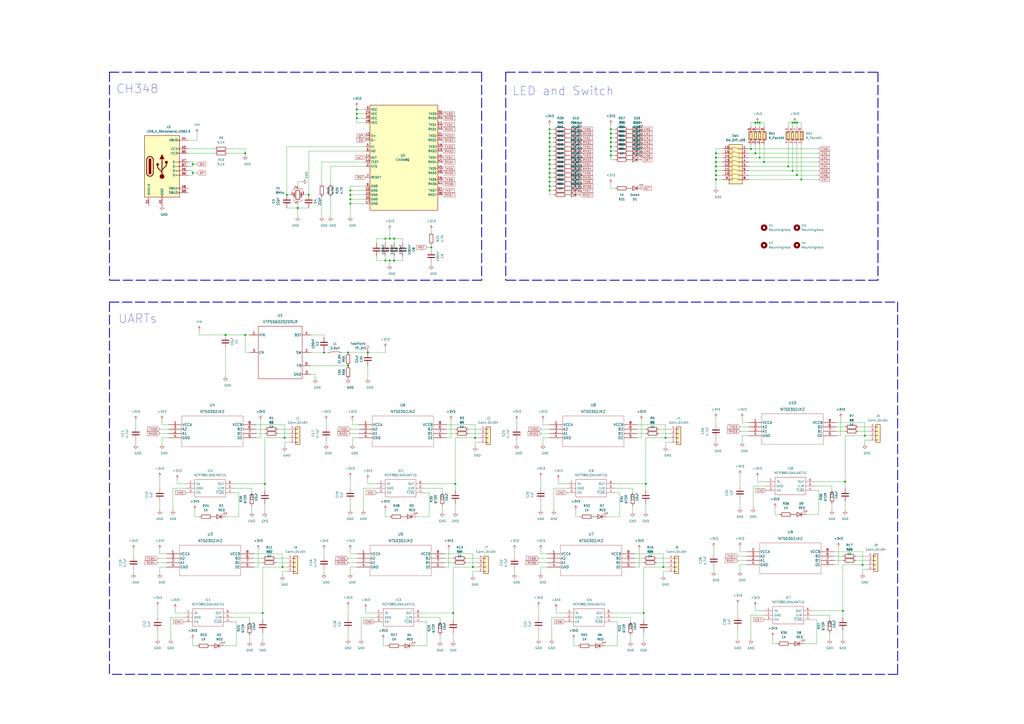
<source format=kicad_sch>
(kicad_sch (version 20211123) (generator eeschema)
  (paper "A2")
  (title_block (title "TakoUART") (date "2022-12-18") (rev "V1.0") (company "Designed by Will Whang"))
  (lib_symbols
    (symbol "2021-08-04_03-35-14:XTPS563202DRLR" (pin_names (offset 0.254))
      (property "Reference" "U" (at 0 2.54 0))
      (property "Value" "XTPS563202DRLR" (at 0 0 0))
      (symbol "XTPS563202DRLR_1_1"
        (pin power_in line (at -17.78 10.16 0) (length 5.08) (name "VIN") (number "1"))
        (pin power_in line (at 17.78 0 180) (length 5.08) (name "SW") (number "2"))
        (pin power_in line (at 17.78 -12.7 180) (length 5.08) (name "GND") (number "3"))
        (pin unspecified line (at 17.78 10.16 180) (length 5.08) (name "BST") (number "4"))
        (pin input line (at -17.78 0 0) (length 5.08) (name "EN") (number "5"))
        (pin input line (at 17.78 -7.62 180) (length 5.08) (name "FB") (number "6"))
      )
    )
    (symbol "CH348:CH348Q"
      (property "Reference" "U" (at 0 2.54 0))
      (property "Value" "CH348Q" (at 0 0 0))
      (symbol "CH348Q_1_1"
        (pin input line (at 22.86 19.05 180) (length 2.54) (name "TXD1") (number "12"))
        (pin input line (at 22.86 16.51 180) (length 2.54) (name "RXD1") (number "13"))
        (pin input line (at -21.59 0 0) (length 2.54) (name "ACT") (number "14"))
        (pin input line (at 22.86 -12.7 180) (length 2.54) (name "TXD6") (number "16"))
        (pin input line (at 22.86 -15.24 180) (length 2.54) (name "RXD6") (number "17"))
        (pin input line (at 22.86 6.35 180) (length 2.54) (name "TXD3") (number "18"))
        (pin input line (at 22.86 3.81 180) (length 2.54) (name "RXD3") (number "19"))
        (pin input line (at -21.59 -5.08 0) (length 2.54) (name "CFG") (number "2"))
        (pin input line (at -21.59 -19.05 0) (length 2.54) (name "GND") (number "20"))
        (pin input line (at 22.86 12.7 180) (length 2.54) (name "TXD2") (number "21"))
        (pin input line (at 22.86 10.16 180) (length 2.54) (name "RXD2") (number "22"))
        (pin input line (at -21.59 -21.59 0) (length 2.54) (name "GND") (number "23"))
        (pin input line (at -21.59 25.4 0) (length 2.54) (name "VCC") (number "24"))
        (pin input line (at 22.86 25.4 180) (length 2.54) (name "TXD0") (number "30"))
        (pin input line (at 22.86 22.86 180) (length 2.54) (name "RXD0") (number "31"))
        (pin input line (at -21.59 -24.13 0) (length 2.54) (name "GND") (number "35"))
        (pin input line (at -21.59 22.86 0) (length 2.54) (name "VCC") (number "36"))
        (pin input line (at 22.86 -19.05 180) (length 2.54) (name "TXD7") (number "37"))
        (pin input line (at 22.86 -21.59 180) (length 2.54) (name "RXD7") (number "38"))
        (pin input line (at 22.86 0 180) (length 2.54) (name "TXD4") (number "40"))
        (pin input line (at 22.86 -2.54 180) (length 2.54) (name "RXD4") (number "41"))
        (pin input line (at -21.59 10.16 0) (length 2.54) (name "D-") (number "42"))
        (pin input line (at -21.59 12.7 0) (length 2.54) (name "D+") (number "43"))
        (pin input line (at -21.59 -2.54 0) (length 2.54) (name "TEST") (number "44"))
        (pin input line (at 22.86 -6.35 180) (length 2.54) (name "TXD5") (number "45"))
        (pin input line (at 22.86 -8.89 180) (length 2.54) (name "RXD5") (number "46"))
        (pin input line (at -21.59 -26.67 0) (length 2.54) (name "GND") (number "47"))
        (pin input line (at -21.59 20.32 0) (length 2.54) (name "VCC") (number "48"))
        (pin input line (at -21.59 6.35 0) (length 2.54) (name "XI") (number "5"))
        (pin input line (at -21.59 3.81 0) (length 2.54) (name "XO") (number "6"))
        (pin input line (at -21.59 -11.43 0) (length 2.54) (name "RESET") (number "7"))
        (pin input line (at -21.59 -16.51 0) (length 2.54) (name "GND") (number "8"))
        (pin input line (at -21.59 27.94 0) (length 2.54) (name "VCC") (number "9"))
      )
    )
    (symbol "Connector:TestPoint" (pin_numbers hide) (pin_names (offset 0.762) hide)
      (property "Reference" "TP" (at 0 6.858 0))
      (property "Value" "TestPoint" (at 0 5.08 0))
      (symbol "TestPoint_1_1"
        (pin passive line (at 0 0 90) (length 2.54) (name "1") (number "1"))
      )
    )
    (symbol "Connector:USB_C_Receptacle_USB2.0" (pin_names (offset 1.016))
      (property "Reference" "J" (at -10.16 19.05 0))
      (property "Value" "USB_C_Receptacle_USB2.0" (at 19.05 19.05 0))
      (symbol "USB_C_Receptacle_USB2.0_1_1"
        (pin passive line (at 0 -22.86 90) (length 5.08) (name "GND") (number "A1"))
        (pin passive line (at 0 -22.86 90) (length 5.08) hide (name "GND") (number "A12"))
        (pin passive line (at 15.24 15.24 180) (length 5.08) (name "VBUS") (number "A4"))
        (pin bidirectional line (at 15.24 10.16 180) (length 5.08) (name "CC1") (number "A5"))
        (pin bidirectional line (at 15.24 -2.54 180) (length 5.08) (name "D+") (number "A6"))
        (pin bidirectional line (at 15.24 2.54 180) (length 5.08) (name "D-") (number "A7"))
        (pin bidirectional line (at 15.24 -12.7 180) (length 5.08) (name "SBU1") (number "A8"))
        (pin passive line (at 15.24 15.24 180) (length 5.08) hide (name "VBUS") (number "A9"))
        (pin passive line (at 0 -22.86 90) (length 5.08) hide (name "GND") (number "B1"))
        (pin passive line (at 0 -22.86 90) (length 5.08) hide (name "GND") (number "B12"))
        (pin passive line (at 15.24 15.24 180) (length 5.08) hide (name "VBUS") (number "B4"))
        (pin bidirectional line (at 15.24 7.62 180) (length 5.08) (name "CC2") (number "B5"))
        (pin bidirectional line (at 15.24 -5.08 180) (length 5.08) (name "D+") (number "B6"))
        (pin bidirectional line (at 15.24 0 180) (length 5.08) (name "D-") (number "B7"))
        (pin bidirectional line (at 15.24 -15.24 180) (length 5.08) (name "SBU2") (number "B8"))
        (pin passive line (at 15.24 15.24 180) (length 5.08) hide (name "VBUS") (number "B9"))
        (pin passive line (at -7.62 -22.86 90) (length 5.08) (name "SHIELD") (number "S1"))
      )
    )
    (symbol "Connector_Generic:Conn_01x04" (pin_names (offset 1.016) hide)
      (property "Reference" "J" (at 0 5.08 0))
      (property "Value" "Conn_01x04" (at 0 -7.62 0))
      (symbol "Conn_01x04_1_1"
        (pin passive line (at -5.08 2.54 0) (length 3.81) (name "Pin_1") (number "1"))
        (pin passive line (at -5.08 0 0) (length 3.81) (name "Pin_2") (number "2"))
        (pin passive line (at -5.08 -2.54 0) (length 3.81) (name "Pin_3") (number "3"))
        (pin passive line (at -5.08 -5.08 0) (length 3.81) (name "Pin_4") (number "4"))
      )
    )
    (symbol "Device:C" (pin_numbers hide) (pin_names (offset 0.254))
      (property "Reference" "C" (at 0.635 2.54 0))
      (property "Value" "C" (at 0.635 -2.54 0))
      (symbol "C_1_1"
        (pin passive line (at 0 3.81 270) (length 2.794) (name "~") (number "1"))
        (pin passive line (at 0 -3.81 90) (length 2.794) (name "~") (number "2"))
      )
    )
    (symbol "Device:Crystal_GND24" (pin_names (offset 1.016) hide)
      (property "Reference" "Y" (at 3.175 5.08 0))
      (property "Value" "Crystal_GND24" (at 3.175 3.175 0))
      (symbol "Crystal_GND24_1_1"
        (pin passive line (at -3.81 0 0) (length 1.27) (name "1") (number "1"))
        (pin passive line (at 0 5.08 270) (length 1.27) (name "2") (number "2"))
        (pin passive line (at 3.81 0 180) (length 1.27) (name "3") (number "3"))
        (pin passive line (at 0 -5.08 90) (length 1.27) (name "4") (number "4"))
      )
    )
    (symbol "Device:L" (pin_numbers hide) (pin_names (offset 1.016) hide)
      (property "Reference" "L" (at -1.27 0 90))
      (property "Value" "L" (at 1.905 0 90))
      (symbol "L_1_1"
        (pin passive line (at 0 3.81 270) (length 1.27) (name "1") (number "1"))
        (pin passive line (at 0 -3.81 90) (length 1.27) (name "2") (number "2"))
      )
    )
    (symbol "Device:LED" (pin_numbers hide) (pin_names (offset 1.016) hide)
      (property "Reference" "D" (at 0 2.54 0))
      (property "Value" "LED" (at 0 -2.54 0))
      (symbol "LED_1_1"
        (pin passive line (at -3.81 0 0) (length 2.54) (name "K") (number "1"))
        (pin passive line (at 3.81 0 180) (length 2.54) (name "A") (number "2"))
      )
    )
    (symbol "Device:R" (pin_numbers hide) (pin_names (offset 0))
      (property "Reference" "R" (at 2.032 0 90))
      (property "Value" "R" (at 0 0 90))
      (symbol "R_1_1"
        (pin passive line (at 0 3.81 270) (length 1.27) (name "~") (number "1"))
        (pin passive line (at 0 -3.81 90) (length 1.27) (name "~") (number "2"))
      )
    )
    (symbol "Device:R_Pack04" (pin_names (offset 0) hide)
      (property "Reference" "RN" (at -7.62 0 90))
      (property "Value" "R_Pack04" (at 5.08 0 90))
      (symbol "R_Pack04_1_1"
        (pin passive line (at -5.08 -5.08 90) (length 2.54) (name "R1.1") (number "1"))
        (pin passive line (at -2.54 -5.08 90) (length 2.54) (name "R2.1") (number "2"))
        (pin passive line (at 0 -5.08 90) (length 2.54) (name "R3.1") (number "3"))
        (pin passive line (at 2.54 -5.08 90) (length 2.54) (name "R4.1") (number "4"))
        (pin passive line (at 2.54 5.08 270) (length 2.54) (name "R4.2") (number "5"))
        (pin passive line (at 0 5.08 270) (length 2.54) (name "R3.2") (number "6"))
        (pin passive line (at -2.54 5.08 270) (length 2.54) (name "R2.2") (number "7"))
        (pin passive line (at -5.08 5.08 270) (length 2.54) (name "R1.2") (number "8"))
      )
    )
    (symbol "Mechanical:MountingHole" (pin_names (offset 1.016))
      (property "Reference" "H" (at 0 5.08 0))
      (property "Value" "MountingHole" (at 0 3.175 0))
    )
    (symbol "NCP380LSNAJAAT1G:NCP380LSNAJAAT1G" (pin_names (offset 0.762))
      (property "Reference" "IC" (at 24.13 7.62 0))
      (property "Value" "NCP380LSNAJAAT1G" (at 24.13 5.08 0))
      (symbol "NCP380LSNAJAAT1G_0_0"
        (pin input line (at 0 0 0) (length 5.08) (name "IN") (number "1"))
        (pin power_in line (at 0 -2.54 0) (length 5.08) (name "GND") (number "2"))
        (pin passive line (at 0 -5.08 0) (length 5.08) (name "EN") (number "3"))
        (pin passive line (at 27.94 -5.08 180) (length 5.08) (name "~{FLAG}") (number "4"))
        (pin passive line (at 27.94 -2.54 180) (length 5.08) (name "ILIM") (number "5"))
        (pin output line (at 27.94 0 180) (length 5.08) (name "OUT") (number "6"))
      )
    )
    (symbol "NTS0302JKZ_1" (pin_names (offset 0.254))
      (property "Reference" "U4" (at 25.4 11.43 0))
      (property "Value" "NTS0302JKZ_1" (at 25.4 7.62 0))
      (symbol "NTS0302JKZ_1_1_1"
        (pin power_in line (at 0 0 0) (length 7.62) (name "VCCA") (number "1"))
        (pin bidirectional line (at 0 -5.08 0) (length 7.62) (name "A1") (number "2"))
        (pin bidirectional line (at 0 -2.54 0) (length 7.62) (name "A2") (number "3"))
        (pin power_in line (at 0 -7.62 0) (length 7.62) (name "GND") (number "4"))
        (pin unspecified line (at 50.8 -7.62 180) (length 7.62) (name "OE") (number "5"))
        (pin bidirectional line (at 50.8 -2.54 180) (length 7.62) (name "B2") (number "6"))
        (pin bidirectional line (at 50.8 -5.08 180) (length 7.62) (name "B1") (number "7"))
        (pin power_in line (at 50.8 0 180) (length 7.62) (name "VCCB") (number "8"))
      )
    )
    (symbol "Switch:SW_DIP_x08" (pin_names (offset 0) hide)
      (property "Reference" "SW" (at 0 13.97 0))
      (property "Value" "SW_DIP_x08" (at 0 -11.43 0))
      (symbol "SW_DIP_x08_1_1"
        (pin passive line (at -7.62 10.16 0) (length 5.08) (name "~") (number "1"))
        (pin passive line (at 7.62 -5.08 180) (length 5.08) (name "~") (number "10"))
        (pin passive line (at 7.62 -2.54 180) (length 5.08) (name "~") (number "11"))
        (pin passive line (at 7.62 0 180) (length 5.08) (name "~") (number "12"))
        (pin passive line (at 7.62 2.54 180) (length 5.08) (name "~") (number "13"))
        (pin passive line (at 7.62 5.08 180) (length 5.08) (name "~") (number "14"))
        (pin passive line (at 7.62 7.62 180) (length 5.08) (name "~") (number "15"))
        (pin passive line (at 7.62 10.16 180) (length 5.08) (name "~") (number "16"))
        (pin passive line (at -7.62 7.62 0) (length 5.08) (name "~") (number "2"))
        (pin passive line (at -7.62 5.08 0) (length 5.08) (name "~") (number "3"))
        (pin passive line (at -7.62 2.54 0) (length 5.08) (name "~") (number "4"))
        (pin passive line (at -7.62 0 0) (length 5.08) (name "~") (number "5"))
        (pin passive line (at -7.62 -2.54 0) (length 5.08) (name "~") (number "6"))
        (pin passive line (at -7.62 -5.08 0) (length 5.08) (name "~") (number "7"))
        (pin passive line (at -7.62 -7.62 0) (length 5.08) (name "~") (number "8"))
        (pin passive line (at 7.62 -7.62 180) (length 5.08) (name "~") (number "9"))
      )
    )
    (symbol "power:+3V3" (power) (pin_names (offset 0))
      (property "Value" "+3V3" (at 0 3.556 0))
      (symbol "+3V3_1_1"
        (pin power_in line (at 0 0 90) (length 0) hide (name "+3V3") (number "1"))
      )
    )
    (symbol "power:GND" (power) (pin_names (offset 0))
      (property "Value" "GND" (at 0 -3.81 0))
      (symbol "GND_1_1"
        (pin power_in line (at 0 0 270) (length 0) hide (name "GND") (number "1"))
      )
    )
    (symbol "power:VIN" (power) (pin_names (offset 0))
      (property "Value" "VIN" (at 0 3.81 0))
      (symbol "VIN_1_1"
        (pin power_in line (at 0 0 90) (length 0) hide (name "VIN") (number "1"))
      )
    )
  )
  (junction (at 440.69 91.44))
  (junction (at 318.77 107.95))
  (junction (at 354.33 85.09))
  (junction (at 228.6 138.43))
  (junction (at 142.24 88.9))
  (junction (at 166.37 113.03))
  (junction (at 461.01 71.12))
  (junction (at 438.15 71.12))
  (junction (at 415.29 104.14))
  (junction (at 213.36 204.47))
  (junction (at 415.29 91.44))
  (junction (at 274.32 328.93))
  (junction (at 354.33 82.55))
  (junction (at 464.82 104.14))
  (junction (at 462.28 71.12))
  (junction (at 354.33 87.63))
  (junction (at 354.33 80.01))
  (junction (at 275.59 254))
  (junction (at 318.77 97.79))
  (junction (at 203.2 113.03))
  (junction (at 201.93 212.09) (diameter 1.016))
  (junction (at 142.24 194.31))
  (junction (at 318.77 80.01))
  (junction (at 318.77 110.49))
  (junction (at 439.42 71.12))
  (junction (at 203.2 110.49))
  (junction (at 153.67 280.67))
  (junction (at 207.01 68.58))
  (junction (at 262.89 355.6))
  (junction (at 223.52 138.43))
  (junction (at 354.33 77.47))
  (junction (at 438.15 88.9))
  (junction (at 443.23 93.98))
  (junction (at 415.29 88.9))
  (junction (at 203.2 115.57))
  (junction (at 111.76 100.33))
  (junction (at 318.77 82.55))
  (junction (at 250.19 143.51))
  (junction (at 318.77 85.09))
  (junction (at 459.74 99.06))
  (junction (at 490.22 279.4))
  (junction (at 386.08 254))
  (junction (at 130.81 194.31) (diameter 1.016))
  (junction (at 179.07 113.03))
  (junction (at 457.2 96.52))
  (junction (at 172.72 120.65))
  (junction (at 203.2 118.11))
  (junction (at 226.06 151.13))
  (junction (at 354.33 90.17))
  (junction (at 415.29 101.6))
  (junction (at 500.38 327.66))
  (junction (at 318.77 105.41))
  (junction (at 318.77 100.33))
  (junction (at 435.61 86.36))
  (junction (at 318.77 92.71))
  (junction (at 384.81 328.93))
  (junction (at 374.65 280.67))
  (junction (at 228.6 151.13))
  (junction (at 207.01 63.5))
  (junction (at 440.69 71.12))
  (junction (at 207.01 66.04))
  (junction (at 223.52 151.13))
  (junction (at 226.06 138.43))
  (junction (at 201.93 204.47))
  (junction (at 152.4 355.6))
  (junction (at 163.83 328.93))
  (junction (at 354.33 74.93))
  (junction (at 501.65 252.73))
  (junction (at 165.1 254))
  (junction (at 264.16 280.67))
  (junction (at 488.95 354.33))
  (junction (at 318.77 102.87))
  (junction (at 415.29 93.98))
  (junction (at 318.77 90.17))
  (junction (at 415.29 96.52))
  (junction (at 373.38 355.6))
  (junction (at 318.77 87.63))
  (junction (at 318.77 77.47))
  (junction (at 111.76 95.25))
  (junction (at 462.28 101.6))
  (junction (at 459.74 71.12))
  (junction (at 318.77 95.25))
  (junction (at 415.29 99.06))
  (junction (at 318.77 74.93))
  (junction (at 187.96 204.47))
  (wire (pts (xy 318.77 95.25) (xy 321.31 95.25)))
  (wire (pts (xy 201.93 351.79) (xy 201.93 358.14)))
  (wire (pts (xy 367.03 293.37) (xy 367.03 297.18)))
  (wire (pts (xy 107.95 280.67) (xy 102.87 280.67)))
  (wire (pts (xy 318.77 85.09) (xy 321.31 85.09)))
  (wire (pts (xy 207.01 63.5) (xy 212.09 63.5)))
  (wire (pts (xy 318.77 105.41) (xy 318.77 102.87)))
  (wire (pts (xy 189.23 255.27) (xy 189.23 257.81)))
  (wire (pts (xy 373.38 355.6) (xy 373.38 359.41)))
  (wire (pts (xy 457.2 71.12) (xy 459.74 71.12)))
  (wire (pts (xy 487.68 252.73) (xy 487.68 242.57)))
  (wire (pts (xy 270.51 323.85) (xy 276.86 323.85)))
  (wire (pts (xy 318.77 107.95) (xy 321.31 107.95)))
  (wire (pts (xy 92.71 276.86) (xy 92.71 283.21)))
  (wire (pts (xy 429.26 275.59) (xy 429.26 281.94)))
  (wire (pts (xy 434.34 91.44) (xy 440.69 91.44)))
  (wire (pts (xy 275.59 246.38) (xy 275.59 254)))
  (polyline (pts (xy 63.5 41.91) (xy 279.4 41.91)) (stroke (width 0.5)))
  (wire (pts (xy 106.68 355.6) (xy 101.6 355.6)))
  (wire (pts (xy 259.08 251.46) (xy 264.16 251.46)))
  (wire (pts (xy 109.22 88.9) (xy 124.46 88.9)))
  (wire (pts (xy 187.96 204.47) (xy 190.5 204.47)))
  (wire (pts (xy 427.99 322.58) (xy 433.07 322.58)))
  (wire (pts (xy 482.6 281.94) (xy 482.6 284.48)))
  (wire (pts (xy 135.89 285.75) (xy 138.43 285.75)))
  (wire (pts (xy 187.96 203.2) (xy 187.96 204.47)))
  (wire (pts (xy 490.22 252.73) (xy 490.22 279.4)))
  (wire (pts (xy 109.22 86.36) (xy 124.46 86.36)))
  (wire (pts (xy 356.87 280.67) (xy 374.65 280.67)))
  (wire (pts (xy 223.52 151.13) (xy 226.06 151.13)))
  (wire (pts (xy 203.2 248.92) (xy 208.28 248.92)))
  (wire (pts (xy 438.15 83.82) (xy 438.15 88.9)))
  (wire (pts (xy 318.77 105.41) (xy 321.31 105.41)))
  (wire (pts (xy 191.77 114.3) (xy 191.77 125.73)))
  (wire (pts (xy 259.08 254) (xy 261.62 254)))
  (wire (pts (xy 332.74 374.65) (xy 335.28 374.65)))
  (wire (pts (xy 191.77 96.52) (xy 191.77 106.68)))
  (wire (pts (xy 318.77 74.93) (xy 318.77 72.39)))
  (wire (pts (xy 256.54 283.21) (xy 256.54 285.75)))
  (wire (pts (xy 255.27 368.3) (xy 255.27 372.11)))
  (wire (pts (xy 435.61 73.66) (xy 435.61 71.12)))
  (wire (pts (xy 204.47 246.38) (xy 208.28 246.38)))
  (wire (pts (xy 100.33 283.21) (xy 107.95 283.21)))
  (wire (pts (xy 115.57 191.77) (xy 115.57 194.31)))
  (wire (pts (xy 223.52 299.72) (xy 226.06 299.72)))
  (wire (pts (xy 256.54 293.37) (xy 256.54 297.18)))
  (wire (pts (xy 318.77 77.47) (xy 318.77 74.93)))
  (wire (pts (xy 354.33 77.47) (xy 354.33 74.93)))
  (wire (pts (xy 228.6 138.43) (xy 233.68 138.43)))
  (wire (pts (xy 148.59 254) (xy 151.13 254)))
  (wire (pts (xy 144.78 368.3) (xy 144.78 372.11)))
  (wire (pts (xy 382.27 248.92) (xy 388.62 248.92)))
  (wire (pts (xy 457.2 96.52) (xy 474.98 96.52)))
  (wire (pts (xy 438.15 88.9) (xy 474.98 88.9)))
  (wire (pts (xy 356.87 283.21) (xy 367.03 283.21)))
  (wire (pts (xy 443.23 354.33) (xy 438.15 354.33)))
  (wire (pts (xy 318.77 100.33) (xy 318.77 97.79)))
  (wire (pts (xy 472.44 281.94) (xy 482.6 281.94)))
  (wire (pts (xy 203.2 328.93) (xy 203.2 332.74)))
  (wire (pts (xy 189.23 243.84) (xy 189.23 247.65)))
  (wire (pts (xy 384.81 321.31) (xy 384.81 328.93)))
  (wire (pts (xy 486.41 327.66) (xy 486.41 317.5)))
  (polyline (pts (xy 293.37 41.91) (xy 509.27 41.91)) (stroke (width 0.5)))
  (wire (pts (xy 203.2 115.57) (xy 212.09 115.57)))
  (wire (pts (xy 387.35 328.93) (xy 384.81 328.93)))
  (wire (pts (xy 165.1 246.38) (xy 165.1 254)))
  (wire (pts (xy 356.87 92.71) (xy 354.33 92.71)))
  (wire (pts (xy 147.32 328.93) (xy 149.86 328.93)))
  (wire (pts (xy 372.11 254) (xy 372.11 243.84)))
  (wire (pts (xy 270.51 326.39) (xy 276.86 326.39)))
  (wire (pts (xy 203.2 118.11) (xy 203.2 125.73)))
  (wire (pts (xy 440.69 71.12) (xy 443.23 71.12)))
  (wire (pts (xy 274.32 331.47) (xy 274.32 334.01)))
  (wire (pts (xy 314.96 254) (xy 314.96 257.81)))
  (wire (pts (xy 318.77 254) (xy 314.96 254)))
  (wire (pts (xy 298.45 318.77) (xy 298.45 322.58)))
  (wire (pts (xy 368.3 323.85) (xy 373.38 323.85)))
  (polyline (pts (xy 279.4 162.56) (xy 63.5 162.56)) (stroke (width 0.5)))
  (wire (pts (xy 497.84 250.19) (xy 504.19 250.19)))
  (wire (pts (xy 92.71 318.77) (xy 92.71 321.31)))
  (wire (pts (xy 474.98 284.48) (xy 474.98 298.45)))
  (wire (pts (xy 142.24 88.9) (xy 142.24 90.17)))
  (wire (pts (xy 318.77 90.17) (xy 321.31 90.17)))
  (wire (pts (xy 501.65 245.11) (xy 501.65 252.73)))
  (wire (pts (xy 318.77 97.79) (xy 318.77 95.25)))
  (wire (pts (xy 314.96 246.38) (xy 318.77 246.38)))
  (wire (pts (xy 488.95 365.76) (xy 488.95 370.84)))
  (wire (pts (xy 187.96 330.2) (xy 187.96 332.74)))
  (wire (pts (xy 471.17 359.41) (xy 473.71 359.41)))
  (wire (pts (xy 318.77 107.95) (xy 318.77 105.41)))
  (wire (pts (xy 264.16 292.1) (xy 264.16 297.18)))
  (wire (pts (xy 167.64 256.54) (xy 165.1 256.54)))
  (wire (pts (xy 209.55 358.14) (xy 209.55 370.84)))
  (wire (pts (xy 147.32 326.39) (xy 152.4 326.39)))
  (wire (pts (xy 91.44 365.76) (xy 91.44 370.84)))
  (wire (pts (xy 443.23 83.82) (xy 443.23 93.98)))
  (wire (pts (xy 443.23 93.98) (xy 474.98 93.98)))
  (wire (pts (xy 354.33 82.55) (xy 354.33 80.01)))
  (wire (pts (xy 488.95 327.66) (xy 488.95 354.33)))
  (wire (pts (xy 207.01 68.58) (xy 212.09 68.58)))
  (wire (pts (xy 434.34 96.52) (xy 457.2 96.52)))
  (wire (pts (xy 483.87 327.66) (xy 486.41 327.66)))
  (wire (pts (xy 152.4 328.93) (xy 152.4 355.6)))
  (wire (pts (xy 415.29 91.44) (xy 419.1 91.44)))
  (wire (pts (xy 318.77 80.01) (xy 318.77 77.47)))
  (wire (pts (xy 138.43 299.72) (xy 130.81 299.72)))
  (wire (pts (xy 318.77 100.33) (xy 321.31 100.33)))
  (wire (pts (xy 134.62 355.6) (xy 152.4 355.6)))
  (wire (pts (xy 457.2 83.82) (xy 457.2 96.52)))
  (wire (pts (xy 368.3 326.39) (xy 373.38 326.39)))
  (wire (pts (xy 201.93 204.47) (xy 213.36 204.47)))
  (wire (pts (xy 355.6 358.14) (xy 365.76 358.14)))
  (wire (pts (xy 203.2 118.11) (xy 212.09 118.11)))
  (wire (pts (xy 111.76 96.52) (xy 111.76 95.25)))
  (wire (pts (xy 135.89 280.67) (xy 153.67 280.67)))
  (wire (pts (xy 318.77 95.25) (xy 318.77 92.71)))
  (wire (pts (xy 334.01 295.91) (xy 334.01 299.72)))
  (wire (pts (xy 419.1 86.36) (xy 415.29 86.36)))
  (wire (pts (xy 109.22 101.6) (xy 111.76 101.6)))
  (wire (pts (xy 471.17 354.33) (xy 488.95 354.33)))
  (wire (pts (xy 318.77 90.17) (xy 318.77 87.63)))
  (wire (pts (xy 151.13 254) (xy 151.13 243.84)))
  (wire (pts (xy 415.29 99.06) (xy 415.29 101.6)))
  (wire (pts (xy 203.2 290.83) (xy 203.2 295.91)))
  (wire (pts (xy 218.44 148.59) (xy 218.44 151.13)))
  (wire (pts (xy 111.76 100.33) (xy 111.76 99.06)))
  (wire (pts (xy 130.81 194.31) (xy 142.24 194.31)))
  (wire (pts (xy 187.96 318.77) (xy 187.96 322.58)))
  (wire (pts (xy 373.38 367.03) (xy 373.38 372.11)))
  (wire (pts (xy 166.37 331.47) (xy 163.83 331.47)))
  (wire (pts (xy 384.81 331.47) (xy 384.81 334.01)))
  (wire (pts (xy 109.22 99.06) (xy 111.76 99.06)))
  (wire (pts (xy 318.77 110.49) (xy 318.77 107.95)))
  (wire (pts (xy 354.33 80.01) (xy 356.87 80.01)))
  (wire (pts (xy 430.53 252.73) (xy 430.53 256.54)))
  (wire (pts (xy 204.47 243.84) (xy 204.47 246.38)))
  (wire (pts (xy 166.37 328.93) (xy 163.83 328.93)))
  (wire (pts (xy 165.1 246.38) (xy 148.59 246.38)))
  (wire (pts (xy 96.52 328.93) (xy 92.71 328.93)))
  (wire (pts (xy 471.17 356.87) (xy 481.33 356.87)))
  (wire (pts (xy 415.29 96.52) (xy 415.29 99.06)))
  (wire (pts (xy 223.52 138.43) (xy 226.06 138.43)))
  (wire (pts (xy 114.3 77.47) (xy 114.3 81.28)))
  (wire (pts (xy 355.6 360.68) (xy 358.14 360.68)))
  (wire (pts (xy 160.02 326.39) (xy 166.37 326.39)))
  (wire (pts (xy 415.29 254) (xy 415.29 256.54)))
  (wire (pts (xy 434.34 252.73) (xy 430.53 252.73)))
  (polyline (pts (xy 520.7 391.16) (xy 63.5 391.16)) (stroke (width 0.5)))
  (wire (pts (xy 247.65 360.68) (xy 247.65 374.65)))
  (wire (pts (xy 461.01 71.12) (xy 462.28 71.12)))
  (wire (pts (xy 434.34 88.9) (xy 438.15 88.9)))
  (wire (pts (xy 77.47 318.77) (xy 77.47 322.58)))
  (wire (pts (xy 212.09 96.52) (xy 191.77 96.52)))
  (wire (pts (xy 327.66 355.6) (xy 322.58 355.6)))
  (wire (pts (xy 203.2 110.49) (xy 212.09 110.49)))
  (wire (pts (xy 312.42 326.39) (xy 317.5 326.39)))
  (wire (pts (xy 318.77 113.03) (xy 318.77 110.49)))
  (wire (pts (xy 276.86 328.93) (xy 274.32 328.93)))
  (wire (pts (xy 223.52 204.47) (xy 223.52 201.93)))
  (wire (pts (xy 359.41 299.72) (xy 351.79 299.72)))
  (wire (pts (xy 440.69 91.44) (xy 474.98 91.44)))
  (wire (pts (xy 374.65 280.67) (xy 374.65 284.48)))
  (wire (pts (xy 501.65 252.73) (xy 490.22 252.73)))
  (wire (pts (xy 274.32 321.31) (xy 257.81 321.31)))
  (wire (pts (xy 146.05 283.21) (xy 146.05 285.75)))
  (wire (pts (xy 439.42 71.12) (xy 440.69 71.12)))
  (wire (pts (xy 415.29 242.57) (xy 415.29 246.38)))
  (wire (pts (xy 415.29 93.98) (xy 419.1 93.98)))
  (wire (pts (xy 473.71 373.38) (xy 466.09 373.38)))
  (wire (pts (xy 146.05 293.37) (xy 146.05 297.18)))
  (wire (pts (xy 91.44 351.79) (xy 91.44 358.14)))
  (wire (pts (xy 299.72 243.84) (xy 299.72 247.65)))
  (wire (pts (xy 430.53 242.57) (xy 430.53 245.11)))
  (wire (pts (xy 262.89 367.03) (xy 262.89 372.11)))
  (wire (pts (xy 166.37 120.65) (xy 172.72 120.65)))
  (wire (pts (xy 114.3 81.28) (xy 109.22 81.28)))
  (wire (pts (xy 321.31 113.03) (xy 318.77 113.03)))
  (wire (pts (xy 496.57 325.12) (xy 502.92 325.12)))
  (wire (pts (xy 132.08 86.36) (xy 142.24 86.36)))
  (wire (pts (xy 144.78 204.47) (xy 142.24 204.47)))
  (wire (pts (xy 213.36 212.09) (xy 213.36 219.71)))
  (wire (pts (xy 198.12 204.47) (xy 201.93 204.47)))
  (wire (pts (xy 218.44 151.13) (xy 223.52 151.13)))
  (wire (pts (xy 332.74 370.84) (xy 332.74 374.65)))
  (polyline (pts (xy 63.5 175.26) (xy 63.5 391.16)) (stroke (width 0.5)))
  (wire (pts (xy 436.88 281.94) (xy 436.88 294.64)))
  (wire (pts (xy 257.81 326.39) (xy 262.89 326.39)))
  (wire (pts (xy 245.11 360.68) (xy 247.65 360.68)))
  (wire (pts (xy 367.03 283.21) (xy 367.03 285.75)))
  (wire (pts (xy 448.31 373.38) (xy 450.85 373.38)))
  (wire (pts (xy 93.98 243.84) (xy 93.98 246.38)))
  (wire (pts (xy 163.83 321.31) (xy 163.83 328.93)))
  (wire (pts (xy 354.33 85.09) (xy 356.87 85.09)))
  (wire (pts (xy 501.65 245.11) (xy 485.14 245.11)))
  (wire (pts (xy 365.76 368.3) (xy 365.76 372.11)))
  (wire (pts (xy 163.83 331.47) (xy 163.83 334.01)))
  (wire (pts (xy 483.87 322.58) (xy 488.95 322.58)))
  (wire (pts (xy 187.96 195.58) (xy 187.96 194.31)))
  (wire (pts (xy 153.67 292.1) (xy 153.67 297.18)))
  (wire (pts (xy 430.53 245.11) (xy 434.34 245.11)))
  (wire (pts (xy 208.28 254) (xy 204.47 254)))
  (wire (pts (xy 459.74 71.12) (xy 461.01 71.12)))
  (wire (pts (xy 440.69 83.82) (xy 440.69 91.44)))
  (wire (pts (xy 436.88 281.94) (xy 444.5 281.94)))
  (wire (pts (xy 359.41 285.75) (xy 359.41 299.72)))
  (wire (pts (xy 78.74 255.27) (xy 78.74 257.81)))
  (wire (pts (xy 218.44 280.67) (xy 213.36 280.67)))
  (wire (pts (xy 387.35 331.47) (xy 384.81 331.47)))
  (wire (pts (xy 91.44 323.85) (xy 96.52 323.85)))
  (wire (pts (xy 313.69 276.86) (xy 313.69 283.21)))
  (wire (pts (xy 298.45 330.2) (xy 298.45 332.74)))
  (polyline (pts (xy 520.7 175.26) (xy 520.7 391.16)) (stroke (width 0.5)))
  (wire (pts (xy 209.55 358.14) (xy 217.17 358.14)))
  (wire (pts (xy 222.25 374.65) (xy 224.79 374.65)))
  (wire (pts (xy 113.03 299.72) (xy 115.57 299.72)))
  (wire (pts (xy 92.71 290.83) (xy 92.71 295.91)))
  (wire (pts (xy 166.37 113.03) (xy 168.91 113.03)))
  (wire (pts (xy 386.08 246.38) (xy 386.08 254)))
  (wire (pts (xy 318.77 80.01) (xy 321.31 80.01)))
  (wire (pts (xy 358.14 360.68) (xy 358.14 374.65)))
  (wire (pts (xy 212.09 107.95) (xy 203.2 107.95)))
  (wire (pts (xy 179.07 113.03) (xy 176.53 113.03)))
  (wire (pts (xy 381 323.85) (xy 387.35 323.85)))
  (wire (pts (xy 247.65 143.51) (xy 250.19 143.51)))
  (wire (pts (xy 488.95 354.33) (xy 488.95 358.14)))
  (wire (pts (xy 113.03 295.91) (xy 113.03 299.72)))
  (wire (pts (xy 501.65 255.27) (xy 501.65 257.81)))
  (wire (pts (xy 278.13 254) (xy 275.59 254)))
  (wire (pts (xy 149.86 328.93) (xy 149.86 318.77)))
  (wire (pts (xy 415.29 91.44) (xy 415.29 93.98)))
  (wire (pts (xy 415.29 88.9) (xy 415.29 91.44)))
  (wire (pts (xy 275.59 254) (xy 264.16 254)))
  (wire (pts (xy 165.1 254) (xy 153.67 254)))
  (wire (pts (xy 429.26 317.5) (xy 429.26 320.04)))
  (wire (pts (xy 433.07 327.66) (xy 429.26 327.66)))
  (wire (pts (xy 462.28 71.12) (xy 464.82 71.12)))
  (wire (pts (xy 459.74 83.82) (xy 459.74 99.06)))
  (wire (pts (xy 203.2 113.03) (xy 203.2 115.57)))
  (polyline (pts (xy 63.5 175.26) (xy 520.7 175.26)) (stroke (width 0.5)))
  (wire (pts (xy 92.71 321.31) (xy 96.52 321.31)))
  (wire (pts (xy 179.07 87.63) (xy 179.07 113.03)))
  (wire (pts (xy 201.93 365.76) (xy 201.93 370.84)))
  (wire (pts (xy 102.87 280.67) (xy 102.87 278.13)))
  (wire (pts (xy 427.99 364.49) (xy 427.99 370.84)))
  (wire (pts (xy 299.72 255.27) (xy 299.72 257.81)))
  (wire (pts (xy 481.33 367.03) (xy 481.33 370.84)))
  (wire (pts (xy 381 326.39) (xy 387.35 326.39)))
  (wire (pts (xy 473.71 359.41) (xy 473.71 373.38)))
  (wire (pts (xy 134.62 360.68) (xy 137.16 360.68)))
  (wire (pts (xy 313.69 290.83) (xy 313.69 295.91)))
  (wire (pts (xy 111.76 370.84) (xy 111.76 374.65)))
  (wire (pts (xy 434.34 99.06) (xy 459.74 99.06)))
  (wire (pts (xy 354.33 109.22) (xy 354.33 106.68)))
  (wire (pts (xy 485.14 252.73) (xy 487.68 252.73)))
  (wire (pts (xy 223.52 295.91) (xy 223.52 299.72)))
  (wire (pts (xy 212.09 93.98) (xy 186.69 93.98)))
  (wire (pts (xy 250.19 143.51) (xy 250.19 144.78)))
  (wire (pts (xy 368.3 328.93) (xy 370.84 328.93)))
  (wire (pts (xy 354.33 85.09) (xy 354.33 82.55)))
  (wire (pts (xy 152.4 355.6) (xy 152.4 359.41)))
  (wire (pts (xy 415.29 101.6) (xy 415.29 104.14)))
  (wire (pts (xy 386.08 254) (xy 374.65 254)))
  (wire (pts (xy 440.69 71.12) (xy 440.69 73.66)))
  (wire (pts (xy 322.58 355.6) (xy 322.58 353.06)))
  (wire (pts (xy 427.99 350.52) (xy 427.99 356.87)))
  (wire (pts (xy 328.93 280.67) (xy 323.85 280.67)))
  (wire (pts (xy 382.27 251.46) (xy 388.62 251.46)))
  (wire (pts (xy 472.44 284.48) (xy 474.98 284.48)))
  (wire (pts (xy 203.2 107.95) (xy 203.2 110.49)))
  (wire (pts (xy 246.38 285.75) (xy 248.92 285.75)))
  (wire (pts (xy 365.76 358.14) (xy 365.76 360.68)))
  (wire (pts (xy 429.26 327.66) (xy 429.26 331.47)))
  (wire (pts (xy 464.82 104.14) (xy 474.98 104.14)))
  (wire (pts (xy 248.92 299.72) (xy 241.3 299.72)))
  (wire (pts (xy 153.67 280.67) (xy 153.67 284.48)))
  (wire (pts (xy 386.08 246.38) (xy 369.57 246.38)))
  (wire (pts (xy 443.23 71.12) (xy 443.23 73.66)))
  (wire (pts (xy 500.38 330.2) (xy 500.38 332.74)))
  (wire (pts (xy 161.29 251.46) (xy 167.64 251.46)))
  (wire (pts (xy 114.3 100.33) (xy 111.76 100.33)))
  (wire (pts (xy 354.33 90.17) (xy 356.87 90.17)))
  (wire (pts (xy 201.93 323.85) (xy 207.01 323.85)))
  (wire (pts (xy 457.2 73.66) (xy 457.2 71.12)))
  (wire (pts (xy 212.09 85.09) (xy 166.37 85.09)))
  (wire (pts (xy 233.68 151.13) (xy 233.68 148.59)))
  (wire (pts (xy 228.6 148.59) (xy 228.6 151.13)))
  (wire (pts (xy 210.82 283.21) (xy 218.44 283.21)))
  (wire (pts (xy 318.77 92.71) (xy 318.77 90.17)))
  (wire (pts (xy 429.26 320.04) (xy 433.07 320.04)))
  (wire (pts (xy 201.93 326.39) (xy 207.01 326.39)))
  (wire (pts (xy 226.06 151.13) (xy 228.6 151.13)))
  (wire (pts (xy 250.19 143.51) (xy 250.19 142.24)))
  (wire (pts (xy 500.38 327.66) (xy 488.95 327.66)))
  (wire (pts (xy 354.33 77.47) (xy 356.87 77.47)))
  (wire (pts (xy 275.59 256.54) (xy 275.59 259.08)))
  (wire (pts (xy 111.76 374.65) (xy 114.3 374.65)))
  (wire (pts (xy 485.14 250.19) (xy 490.22 250.19)))
  (wire (pts (xy 435.61 83.82) (xy 435.61 86.36)))
  (wire (pts (xy 142.24 194.31) (xy 144.78 194.31)))
  (wire (pts (xy 226.06 138.43) (xy 228.6 138.43)))
  (wire (pts (xy 321.31 77.47) (xy 318.77 77.47)))
  (wire (pts (xy 464.82 71.12) (xy 464.82 73.66)))
  (wire (pts (xy 115.57 194.31) (xy 130.81 194.31)))
  (wire (pts (xy 318.77 87.63) (xy 321.31 87.63)))
  (wire (pts (xy 438.15 71.12) (xy 439.42 71.12)))
  (wire (pts (xy 172.72 105.41) (xy 175.26 105.41)))
  (wire (pts (xy 434.34 86.36) (xy 435.61 86.36)))
  (wire (pts (xy 434.34 93.98) (xy 443.23 93.98)))
  (wire (pts (xy 271.78 251.46) (xy 278.13 251.46)))
  (wire (pts (xy 373.38 328.93) (xy 373.38 355.6)))
  (wire (pts (xy 318.77 102.87) (xy 318.77 100.33)))
  (wire (pts (xy 111.76 95.25) (xy 111.76 93.98)))
  (wire (pts (xy 435.61 86.36) (xy 474.98 86.36)))
  (wire (pts (xy 99.06 358.14) (xy 99.06 370.84)))
  (wire (pts (xy 356.87 285.75) (xy 359.41 285.75)))
  (wire (pts (xy 212.09 355.6) (xy 212.09 353.06)))
  (wire (pts (xy 77.47 330.2) (xy 77.47 332.74)))
  (wire (pts (xy 313.69 248.92) (xy 318.77 248.92)))
  (wire (pts (xy 255.27 358.14) (xy 255.27 360.68)))
  (wire (pts (xy 147.32 323.85) (xy 152.4 323.85)))
  (wire (pts (xy 91.44 326.39) (xy 96.52 326.39)))
  (wire (pts (xy 203.2 115.57) (xy 203.2 118.11)))
  (wire (pts (xy 323.85 280.67) (xy 323.85 278.13)))
  (wire (pts (xy 207.01 328.93) (xy 203.2 328.93)))
  (wire (pts (xy 134.62 358.14) (xy 144.78 358.14)))
  (wire (pts (xy 207.01 71.12) (xy 207.01 68.58)))
  (wire (pts (xy 222.25 370.84) (xy 222.25 374.65)))
  (wire (pts (xy 414.02 317.5) (xy 414.02 321.31)))
  (wire (pts (xy 274.32 321.31) (xy 274.32 328.93)))
  (wire (pts (xy 490.22 279.4) (xy 490.22 283.21)))
  (wire (pts (xy 203.2 110.49) (xy 203.2 113.03)))
  (wire (pts (xy 312.42 323.85) (xy 317.5 323.85)))
  (wire (pts (xy 92.71 248.92) (xy 97.79 248.92)))
  (wire (pts (xy 246.38 283.21) (xy 256.54 283.21)))
  (wire (pts (xy 207.01 66.04) (xy 212.09 66.04)))
  (wire (pts (xy 172.72 107.95) (xy 172.72 105.41)))
  (wire (pts (xy 144.78 358.14) (xy 144.78 360.68)))
  (wire (pts (xy 374.65 292.1) (xy 374.65 297.18)))
  (wire (pts (xy 497.84 247.65) (xy 504.19 247.65)))
  (polyline (pts (xy 293.37 41.91) (xy 293.37 162.56)) (stroke (width 0.5)))
  (wire (pts (xy 313.69 321.31) (xy 317.5 321.31)))
  (wire (pts (xy 213.36 280.67) (xy 213.36 278.13)))
  (wire (pts (xy 142.24 204.47) (xy 142.24 194.31)))
  (wire (pts (xy 186.69 114.3) (xy 186.69 125.73)))
  (wire (pts (xy 500.38 320.04) (xy 500.38 327.66)))
  (wire (pts (xy 374.65 254) (xy 374.65 280.67)))
  (wire (pts (xy 415.29 104.14) (xy 415.29 109.22)))
  (wire (pts (xy 369.57 248.92) (xy 374.65 248.92)))
  (wire (pts (xy 485.14 247.65) (xy 490.22 247.65)))
  (wire (pts (xy 248.92 285.75) (xy 248.92 299.72)))
  (wire (pts (xy 490.22 290.83) (xy 490.22 295.91)))
  (wire (pts (xy 275.59 246.38) (xy 259.08 246.38)))
  (wire (pts (xy 358.14 374.65) (xy 350.52 374.65)))
  (wire (pts (xy 354.33 87.63) (xy 354.33 85.09)))
  (wire (pts (xy 354.33 74.93) (xy 354.33 72.39)))
  (wire (pts (xy 245.11 358.14) (xy 255.27 358.14)))
  (wire (pts (xy 448.31 369.57) (xy 448.31 373.38)))
  (wire (pts (xy 100.33 283.21) (xy 100.33 295.91)))
  (wire (pts (xy 435.61 356.87) (xy 435.61 370.84)))
  (wire (pts (xy 354.33 92.71) (xy 354.33 90.17)))
  (wire (pts (xy 318.77 82.55) (xy 318.77 80.01)))
  (wire (pts (xy 369.57 254) (xy 372.11 254)))
  (wire (pts (xy 152.4 367.03) (xy 152.4 372.11)))
  (wire (pts (xy 459.74 71.12) (xy 459.74 73.66)))
  (wire (pts (xy 180.34 204.47) (xy 187.96 204.47)))
  (wire (pts (xy 334.01 299.72) (xy 336.55 299.72)))
  (wire (pts (xy 321.31 283.21) (xy 328.93 283.21)))
  (wire (pts (xy 180.34 217.17) (xy 182.88 217.17)))
  (wire (pts (xy 257.81 323.85) (xy 262.89 323.85)))
  (wire (pts (xy 160.02 323.85) (xy 166.37 323.85)))
  (wire (pts (xy 355.6 355.6) (xy 373.38 355.6)))
  (wire (pts (xy 354.33 87.63) (xy 356.87 87.63)))
  (wire (pts (xy 483.87 325.12) (xy 488.95 325.12)))
  (wire (pts (xy 429.26 247.65) (xy 434.34 247.65)))
  (wire (pts (xy 481.33 356.87) (xy 481.33 359.41)))
  (wire (pts (xy 109.22 96.52) (xy 111.76 96.52)))
  (wire (pts (xy 250.19 133.35) (xy 250.19 134.62)))
  (wire (pts (xy 384.81 328.93) (xy 373.38 328.93)))
  (wire (pts (xy 111.76 101.6) (xy 111.76 100.33)))
  (wire (pts (xy 167.64 254) (xy 165.1 254)))
  (wire (pts (xy 148.59 248.92) (xy 153.67 248.92)))
  (wire (pts (xy 496.57 322.58) (xy 502.92 322.58)))
  (wire (pts (xy 438.15 71.12) (xy 438.15 73.66)))
  (wire (pts (xy 369.57 251.46) (xy 374.65 251.46)))
  (wire (pts (xy 414.02 328.93) (xy 414.02 331.47)))
  (wire (pts (xy 148.59 251.46) (xy 153.67 251.46)))
  (wire (pts (xy 354.33 90.17) (xy 354.33 87.63)))
  (wire (pts (xy 439.42 279.4) (xy 439.42 276.86)))
  (wire (pts (xy 260.35 328.93) (xy 260.35 318.77)))
  (wire (pts (xy 464.82 83.82) (xy 464.82 104.14)))
  (wire (pts (xy 276.86 331.47) (xy 274.32 331.47)))
  (wire (pts (xy 462.28 71.12) (xy 462.28 73.66)))
  (wire (pts (xy 504.19 252.73) (xy 501.65 252.73)))
  (wire (pts (xy 318.77 97.79) (xy 321.31 97.79)))
  (wire (pts (xy 438.15 354.33) (xy 438.15 351.79)))
  (wire (pts (xy 210.82 283.21) (xy 210.82 295.91)))
  (wire (pts (xy 78.74 243.84) (xy 78.74 247.65)))
  (wire (pts (xy 317.5 328.93) (xy 313.69 328.93)))
  (wire (pts (xy 166.37 85.09) (xy 166.37 113.03)))
  (wire (pts (xy 321.31 283.21) (xy 321.31 295.91)))
  (wire (pts (xy 203.2 113.03) (xy 212.09 113.03)))
  (wire (pts (xy 318.77 87.63) (xy 318.77 85.09)))
  (wire (pts (xy 313.69 328.93) (xy 313.69 332.74)))
  (wire (pts (xy 415.29 93.98) (xy 415.29 96.52)))
  (wire (pts (xy 172.72 118.11) (xy 172.72 120.65)))
  (wire (pts (xy 259.08 248.92) (xy 264.16 248.92)))
  (wire (pts (xy 114.3 95.25) (xy 111.76 95.25)))
  (wire (pts (xy 472.44 279.4) (xy 490.22 279.4)))
  (wire (pts (xy 354.33 74.93) (xy 356.87 74.93)))
  (wire (pts (xy 434.34 104.14) (xy 464.82 104.14)))
  (wire (pts (xy 163.83 321.31) (xy 147.32 321.31)))
  (wire (pts (xy 264.16 254) (xy 264.16 280.67)))
  (wire (pts (xy 97.79 254) (xy 93.98 254)))
  (wire (pts (xy 434.34 101.6) (xy 462.28 101.6)))
  (wire (pts (xy 135.89 283.21) (xy 146.05 283.21)))
  (wire (pts (xy 462.28 83.82) (xy 462.28 101.6)))
  (wire (pts (xy 182.88 217.17) (xy 182.88 219.71)))
  (wire (pts (xy 415.29 86.36) (xy 415.29 88.9)))
  (wire (pts (xy 415.29 96.52) (xy 419.1 96.52)))
  (wire (pts (xy 137.16 374.65) (xy 129.54 374.65)))
  (wire (pts (xy 142.24 86.36) (xy 142.24 88.9)))
  (wire (pts (xy 187.96 194.31) (xy 180.34 194.31)))
  (wire (pts (xy 482.6 292.1) (xy 482.6 295.91)))
  (wire (pts (xy 226.06 133.35) (xy 226.06 138.43)))
  (polyline (pts (xy 509.27 41.91) (xy 509.27 162.56)) (stroke (width 0.5)))
  (wire (pts (xy 138.43 285.75) (xy 138.43 299.72)))
  (wire (pts (xy 356.87 109.22) (xy 354.33 109.22)))
  (wire (pts (xy 250.19 152.4) (xy 250.19 153.67)))
  (wire (pts (xy 502.92 327.66) (xy 500.38 327.66)))
  (wire (pts (xy 137.16 360.68) (xy 137.16 374.65)))
  (wire (pts (xy 261.62 254) (xy 261.62 243.84)))
  (wire (pts (xy 312.42 351.79) (xy 312.42 358.14)))
  (wire (pts (xy 384.81 321.31) (xy 368.3 321.31)))
  (polyline (pts (xy 63.5 41.91) (xy 63.5 162.56)) (stroke (width 0.5)))
  (wire (pts (xy 180.34 212.09) (xy 201.93 212.09)))
  (wire (pts (xy 320.04 358.14) (xy 327.66 358.14)))
  (wire (pts (xy 449.58 294.64) (xy 449.58 298.45)))
  (wire (pts (xy 93.98 246.38) (xy 97.79 246.38)))
  (wire (pts (xy 161.29 248.92) (xy 167.64 248.92)))
  (wire (pts (xy 435.61 356.87) (xy 443.23 356.87)))
  (wire (pts (xy 204.47 254) (xy 204.47 257.81)))
  (wire (pts (xy 429.26 289.56) (xy 429.26 294.64)))
  (wire (pts (xy 257.81 328.93) (xy 260.35 328.93)))
  (wire (pts (xy 313.69 318.77) (xy 313.69 321.31)))
  (wire (pts (xy 388.62 254) (xy 386.08 254)))
  (wire (pts (xy 172.72 120.65) (xy 179.07 120.65)))
  (wire (pts (xy 502.92 330.2) (xy 500.38 330.2)))
  (wire (pts (xy 318.77 74.93) (xy 321.31 74.93)))
  (wire (pts (xy 370.84 328.93) (xy 370.84 318.77)))
  (wire (pts (xy 415.29 101.6) (xy 419.1 101.6)))
  (wire (pts (xy 223.52 148.59) (xy 223.52 151.13)))
  (wire (pts (xy 228.6 151.13) (xy 233.68 151.13)))
  (wire (pts (xy 212.09 71.12) (xy 207.01 71.12)))
  (wire (pts (xy 207.01 63.5) (xy 207.01 62.23)))
  (wire (pts (xy 213.36 204.47) (xy 223.52 204.47)))
  (wire (pts (xy 427.99 325.12) (xy 433.07 325.12)))
  (wire (pts (xy 354.33 80.01) (xy 354.33 77.47)))
  (wire (pts (xy 233.68 138.43) (xy 233.68 140.97)))
  (wire (pts (xy 186.69 93.98) (xy 186.69 106.68)))
  (wire (pts (xy 262.89 355.6) (xy 262.89 359.41)))
  (wire (pts (xy 207.01 66.04) (xy 207.01 63.5)))
  (wire (pts (xy 92.71 328.93) (xy 92.71 332.74)))
  (wire (pts (xy 312.42 365.76) (xy 312.42 370.84)))
  (wire (pts (xy 314.96 243.84) (xy 314.96 246.38)))
  (wire (pts (xy 99.06 358.14) (xy 106.68 358.14)))
  (wire (pts (xy 218.44 138.43) (xy 223.52 138.43)))
  (polyline (pts (xy 279.4 41.91) (xy 279.4 162.56)) (stroke (width 0.5)))
  (wire (pts (xy 92.71 251.46) (xy 97.79 251.46)))
  (wire (pts (xy 132.08 88.9) (xy 142.24 88.9)))
  (wire (pts (xy 207.01 68.58) (xy 207.01 66.04)))
  (wire (pts (xy 217.17 355.6) (xy 212.09 355.6)))
  (wire (pts (xy 462.28 101.6) (xy 474.98 101.6)))
  (wire (pts (xy 415.29 99.06) (xy 419.1 99.06)))
  (wire (pts (xy 278.13 256.54) (xy 275.59 256.54)))
  (wire (pts (xy 386.08 256.54) (xy 386.08 259.08)))
  (wire (pts (xy 247.65 374.65) (xy 240.03 374.65)))
  (wire (pts (xy 223.52 138.43) (xy 223.52 140.97)))
  (wire (pts (xy 101.6 355.6) (xy 101.6 353.06)))
  (wire (pts (xy 212.09 87.63) (xy 179.07 87.63)))
  (wire (pts (xy 459.74 99.06) (xy 474.98 99.06)))
  (wire (pts (xy 318.77 82.55) (xy 321.31 82.55)))
  (wire (pts (xy 415.29 104.14) (xy 419.1 104.14)))
  (wire (pts (xy 271.78 248.92) (xy 278.13 248.92)))
  (wire (pts (xy 318.77 102.87) (xy 321.31 102.87)))
  (wire (pts (xy 203.2 321.31) (xy 207.01 321.31)))
  (wire (pts (xy 153.67 254) (xy 153.67 280.67)))
  (wire (pts (xy 318.77 92.71) (xy 321.31 92.71)))
  (wire (pts (xy 388.62 256.54) (xy 386.08 256.54)))
  (wire (pts (xy 228.6 138.43) (xy 228.6 140.97)))
  (wire (pts (xy 444.5 279.4) (xy 439.42 279.4)))
  (wire (pts (xy 274.32 328.93) (xy 262.89 328.93)))
  (wire (pts (xy 320.04 358.14) (xy 320.04 370.84)))
  (wire (pts (xy 354.33 82.55) (xy 356.87 82.55)))
  (wire (pts (xy 109.22 93.98) (xy 111.76 93.98)))
  (wire (pts (xy 203.2 276.86) (xy 203.2 283.21)))
  (wire (pts (xy 500.38 320.04) (xy 483.87 320.04)))
  (wire (pts (xy 264.16 280.67) (xy 264.16 284.48)))
  (wire (pts (xy 318.77 85.09) (xy 318.77 82.55)))
  (wire (pts (xy 415.29 88.9) (xy 419.1 88.9)))
  (wire (pts (xy 172.72 120.65) (xy 172.72 125.73)))
  (wire (pts (xy 435.61 71.12) (xy 438.15 71.12)))
  (wire (pts (xy 218.44 140.97) (xy 218.44 138.43)))
  (wire (pts (xy 203.2 318.77) (xy 203.2 321.31)))
  (wire (pts (xy 226.06 151.13) (xy 226.06 153.67)))
  (wire (pts (xy 245.11 355.6) (xy 262.89 355.6)))
  (wire (pts (xy 163.83 328.93) (xy 152.4 328.93)))
  (wire (pts (xy 474.98 298.45) (xy 467.36 298.45)))
  (wire (pts (xy 203.2 251.46) (xy 208.28 251.46)))
  (wire (pts (xy 130.81 201.93) (xy 130.81 218.44)))
  (wire (pts (xy 93.98 254) (xy 93.98 257.81)))
  (wire (pts (xy 449.58 298.45) (xy 452.12 298.45)))
  (wire (pts (xy 318.77 110.49) (xy 321.31 110.49)))
  (wire (pts (xy 246.38 280.67) (xy 264.16 280.67)))
  (wire (pts (xy 429.26 250.19) (xy 434.34 250.19)))
  (wire (pts (xy 504.19 255.27) (xy 501.65 255.27)))
  (wire (pts (xy 165.1 256.54) (xy 165.1 259.08)))
  (wire (pts (xy 262.89 328.93) (xy 262.89 355.6)))
  (polyline (pts (xy 509.27 162.56) (xy 293.37 162.56)) (stroke (width 0.5)))
  (wire (pts (xy 313.69 251.46) (xy 318.77 251.46)))
  (text "UARTs" (at 68.58 187.96 0) (effects (font (size 5 5)) (justify left bottom)))
  (text "CH348" (at 67.31 54.61 0) (effects (font (size 5 5)) (justify left bottom)))
  (text "LED and Switch" (at 297.18 55.88 0) (effects (font (size 5 5)) (justify left bottom)))
  (global_label "RXD6" (shape input) (at 256.54 106.68 0) (property "Intersheet References" "${INTERSHEET_REFS}" (effects hide)))
  (global_label "TXD2" (shape input) (at 256.54 78.74 0) (property "Intersheet References" "${INTERSHEET_REFS}" (effects hide)))
  (global_label "EN6" (shape input) (at 474.98 101.6 0) (property "Intersheet References" "${INTERSHEET_REFS}" (effects hide)))
  (global_label "TXD4" (shape input) (at 256.54 91.44 0) (property "Intersheet References" "${INTERSHEET_REFS}" (effects hide)))
  (global_label "TXD1" (shape input) (at 256.54 72.39 0) (property "Intersheet References" "${INTERSHEET_REFS}" (effects hide)))
  (global_label "RXD2" (shape input) (at 313.69 251.46 180) (property "Intersheet References" "${INTERSHEET_REFS}" (effects hide)))
  (global_label "EN6" (shape input) (at 372.11 90.17 0) (property "Intersheet References" "${INTERSHEET_REFS}" (effects hide)))
  (global_label "RXD5" (shape input) (at 201.93 326.39 180) (property "Intersheet References" "${INTERSHEET_REFS}" (effects hide)))
  (global_label "EN2" (shape input) (at 372.11 80.01 0) (property "Intersheet References" "${INTERSHEET_REFS}" (effects hide)))
  (global_label "EN3" (shape input) (at 474.98 93.98 0) (property "Intersheet References" "${INTERSHEET_REFS}" (effects hide)))
  (global_label "RXD3" (shape input) (at 429.26 250.19 180) (property "Intersheet References" "${INTERSHEET_REFS}" (effects hide)))
  (global_label "RXD1" (shape input) (at 336.55 82.55 0) (property "Intersheet References" "${INTERSHEET_REFS}" (effects hide)))
  (global_label "TXD7" (shape input) (at 336.55 110.49 0) (property "Intersheet References" "${INTERSHEET_REFS}" (effects hide)))
  (global_label "TXD2" (shape input) (at 336.55 85.09 0) (property "Intersheet References" "${INTERSHEET_REFS}" (effects hide)))
  (global_label "EN0" (shape input) (at 372.11 74.93 0) (property "Intersheet References" "${INTERSHEET_REFS}" (effects hide)))
  (global_label "EN4" (shape input) (at 372.11 85.09 0) (property "Intersheet References" "${INTERSHEET_REFS}" (effects hide)))
  (global_label "TXD4" (shape input) (at 336.55 95.25 0) (property "Intersheet References" "${INTERSHEET_REFS}" (effects hide)))
  (global_label "TXD4" (shape input) (at 91.44 323.85 180) (property "Intersheet References" "${INTERSHEET_REFS}" (effects hide)))
  (global_label "EN2" (shape input) (at 328.93 285.75 180) (property "Intersheet References" "${INTERSHEET_REFS}" (effects hide)))
  (global_label "RXD4" (shape input) (at 336.55 97.79 0) (property "Intersheet References" "${INTERSHEET_REFS}" (effects hide)))
  (global_label "EN5" (shape input) (at 372.11 87.63 0) (property "Intersheet References" "${INTERSHEET_REFS}" (effects hide)))
  (global_label "RXD1" (shape input) (at 256.54 74.93 0) (property "Intersheet References" "${INTERSHEET_REFS}" (effects hide)))
  (global_label "RXD6" (shape input) (at 312.42 326.39 180) (property "Intersheet References" "${INTERSHEET_REFS}" (effects hide)))
  (global_label "TXD6" (shape input) (at 336.55 105.41 0) (property "Intersheet References" "${INTERSHEET_REFS}" (effects hide)))
  (global_label "TXD0" (shape input) (at 256.54 66.04 0) (property "Intersheet References" "${INTERSHEET_REFS}" (effects hide)))
  (global_label "EN6" (shape input) (at 327.66 360.68 180) (property "Intersheet References" "${INTERSHEET_REFS}" (effects hide)))
  (global_label "ACT" (shape input) (at 212.09 91.44 180) (property "Intersheet References" "${INTERSHEET_REFS}" (effects hide)))
  (global_label "EN0" (shape input) (at 474.98 86.36 0) (property "Intersheet References" "${INTERSHEET_REFS}" (effects hide)))
  (global_label "TXD3" (shape input) (at 256.54 85.09 0) (property "Intersheet References" "${INTERSHEET_REFS}" (effects hide)))
  (global_label "RXD0" (shape input) (at 256.54 68.58 0) (property "Intersheet References" "${INTERSHEET_REFS}" (effects hide)))
  (global_label "RXD2" (shape input) (at 336.55 87.63 0) (property "Intersheet References" "${INTERSHEET_REFS}" (effects hide)))
  (global_label "TXD5" (shape input) (at 201.93 323.85 180) (property "Intersheet References" "${INTERSHEET_REFS}" (effects hide)))
  (global_label "RST" (shape input) (at 212.09 102.87 180) (property "Intersheet References" "${INTERSHEET_REFS}" (effects hide)))
  (global_label "DN" (shape input) (at 114.3 95.25 0) (property "Intersheet References" "${INTERSHEET_REFS}" (effects hide)))
  (global_label "TXD0" (shape input) (at 92.71 248.92 180) (property "Intersheet References" "${INTERSHEET_REFS}" (effects hide)))
  (global_label "EN1" (shape input) (at 372.11 77.47 0) (property "Intersheet References" "${INTERSHEET_REFS}" (effects hide)))
  (global_label "TXD3" (shape input) (at 429.26 247.65 180) (property "Intersheet References" "${INTERSHEET_REFS}" (effects hide)))
  (global_label "TXD6" (shape input) (at 312.42 323.85 180) (property "Intersheet References" "${INTERSHEET_REFS}" (effects hide)))
  (global_label "RXD6" (shape input) (at 336.55 107.95 0) (property "Intersheet References" "${INTERSHEET_REFS}" (effects hide)))
  (global_label "TXD5" (shape input) (at 256.54 97.79 0) (property "Intersheet References" "${INTERSHEET_REFS}" (effects hide)))
  (global_label "EN3" (shape input) (at 444.5 284.48 180) (property "Intersheet References" "${INTERSHEET_REFS}" (effects hide)))
  (global_label "TXD0" (shape input) (at 336.55 74.93 0) (property "Intersheet References" "${INTERSHEET_REFS}" (effects hide)))
  (global_label "TXD6" (shape input) (at 256.54 104.14 0) (property "Intersheet References" "${INTERSHEET_REFS}" (effects hide)))
  (global_label "DP" (shape input) (at 212.09 78.74 180) (property "Intersheet References" "${INTERSHEET_REFS}" (effects hide)))
  (global_label "TXD5" (shape input) (at 336.55 100.33 0) (property "Intersheet References" "${INTERSHEET_REFS}" (effects hide)))
  (global_label "EN5" (shape input) (at 474.98 99.06 0) (property "Intersheet References" "${INTERSHEET_REFS}" (effects hide)))
  (global_label "RXD3" (shape input) (at 336.55 92.71 0) (property "Intersheet References" "${INTERSHEET_REFS}" (effects hide)))
  (global_label "EN7" (shape input) (at 443.23 359.41 180) (property "Intersheet References" "${INTERSHEET_REFS}" (effects hide)))
  (global_label "TXD1" (shape input) (at 203.2 248.92 180) (property "Intersheet References" "${INTERSHEET_REFS}" (effects hide)))
  (global_label "EN0" (shape input) (at 107.95 285.75 180) (property "Intersheet References" "${INTERSHEET_REFS}" (effects hide)))
  (global_label "RXD4" (shape input) (at 91.44 326.39 180) (property "Intersheet References" "${INTERSHEET_REFS}" (effects hide)))
  (global_label "EN1" (shape input) (at 218.44 285.75 180) (property "Intersheet References" "${INTERSHEET_REFS}" (effects hide)))
  (global_label "TXD7" (shape input) (at 427.99 322.58 180) (property "Intersheet References" "${INTERSHEET_REFS}" (effects hide)))
  (global_label "EN1" (shape input) (at 474.98 88.9 0) (property "Intersheet References" "${INTERSHEET_REFS}" (effects hide)))
  (global_label "EN5" (shape input) (at 217.17 360.68 180) (property "Intersheet References" "${INTERSHEET_REFS}" (effects hide)))
  (global_label "RXD2" (shape input) (at 256.54 81.28 0) (property "Intersheet References" "${INTERSHEET_REFS}" (effects hide)))
  (global_label "RXD7" (shape input) (at 256.54 113.03 0) (property "Intersheet References" "${INTERSHEET_REFS}" (effects hide)))
  (global_label "RXD0" (shape input) (at 92.71 251.46 180) (property "Intersheet References" "${INTERSHEET_REFS}" (effects hide)))
  (global_label "RXD5" (shape input) (at 336.55 102.87 0) (property "Intersheet References" "${INTERSHEET_REFS}" (effects hide)))
  (global_label "RST" (shape input) (at 247.65 143.51 180) (property "Intersheet References" "${INTERSHEET_REFS}" (effects hide)))
  (global_label "EN4" (shape input) (at 106.68 360.68 180) (property "Intersheet References" "${INTERSHEET_REFS}" (effects hide)))
  (global_label "TXD7" (shape input) (at 256.54 110.49 0) (property "Intersheet References" "${INTERSHEET_REFS}" (effects hide)))
  (global_label "RXD1" (shape input) (at 203.2 251.46 180) (property "Intersheet References" "${INTERSHEET_REFS}" (effects hide)))
  (global_label "RXD3" (shape input) (at 256.54 87.63 0) (property "Intersheet References" "${INTERSHEET_REFS}" (effects hide)))
  (global_label "RXD7" (shape input) (at 336.55 113.03 0) (property "Intersheet References" "${INTERSHEET_REFS}" (effects hide)))
  (global_label "RXD5" (shape input) (at 256.54 100.33 0) (property "Intersheet References" "${INTERSHEET_REFS}" (effects hide)))
  (global_label "TXD3" (shape input) (at 336.55 90.17 0) (property "Intersheet References" "${INTERSHEET_REFS}" (effects hide)))
  (global_label "RXD0" (shape input) (at 336.55 77.47 0) (property "Intersheet References" "${INTERSHEET_REFS}" (effects hide)))
  (global_label "EN7" (shape input) (at 474.98 104.14 0) (property "Intersheet References" "${INTERSHEET_REFS}" (effects hide)))
  (global_label "EN7" (shape input) (at 372.11 92.71 0) (property "Intersheet References" "${INTERSHEET_REFS}" (effects hide)))
  (global_label "TXD2" (shape input) (at 313.69 248.92 180) (property "Intersheet References" "${INTERSHEET_REFS}" (effects hide)))
  (global_label "EN2" (shape input) (at 474.98 91.44 0) (property "Intersheet References" "${INTERSHEET_REFS}" (effects hide)))
  (global_label "DN" (shape input) (at 212.09 81.28 180) (property "Intersheet References" "${INTERSHEET_REFS}" (effects hide)))
  (global_label "RXD7" (shape input) (at 427.99 325.12 180) (property "Intersheet References" "${INTERSHEET_REFS}" (effects hide)))
  (global_label "EN3" (shape input) (at 372.11 82.55 0) (property "Intersheet References" "${INTERSHEET_REFS}" (effects hide)))
  (global_label "DP" (shape input) (at 114.3 100.33 0) (property "Intersheet References" "${INTERSHEET_REFS}" (effects hide)))
  (global_label "EN4" (shape input) (at 474.98 96.52 0) (property "Intersheet References" "${INTERSHEET_REFS}" (effects hide)))
  (global_label "RXD4" (shape input) (at 256.54 93.98 0) (property "Intersheet References" "${INTERSHEET_REFS}" (effects hide)))
  (global_label "TXD1" (shape input) (at 336.55 80.01 0) (property "Intersheet References" "${INTERSHEET_REFS}" (effects hide)))
  (global_label "ACT" (shape input) (at 372.11 109.22 0) (property "Intersheet References" "${INTERSHEET_REFS}" (effects hide)))
  (symbol (lib_id "power:+3V3") (at 102.87 278.13 0) (unit 1)
    (property "Reference" "#PWR0166" (effects hide))
    (property "Value" "+3V3" (at 102.87 273.05 0))
  )
  (symbol (lib_id "Device:R") (at 201.93 215.9 0) (unit 1)
    (property "Reference" "R56" (at 199.39 215.9 90))
    (property "Value" "10K" (at 196.85 215.9 90))
    (property "Footprint" "Resistor_SMD:R_0402_1005Metric" (effects hide))
  )
  (symbol (lib_id "NCP380LSNAJAAT1G:NCP380LSNAJAAT1G") (at 327.66 355.6 0) (unit 1)
    (property "Reference" "IC5" (at 341.63 347.98 0))
    (property "Value" "NCP380LSNAJAAT1G" (at 341.63 350.52 0))
    (property "Footprint" "SOT95P275X110-6N" (effects hide))
    (property "Datasheet" "http://www.onsemi.com/pub/Collateral/NCP380-D.PDF" (effects hide))
    (property "Height" "1.1" (effects hide))
    (property "Mouser Part Number" "863-NCP380LSNAJAAT1G" (effects hide))
    (property "Mouser Price/Stock" "https://www.mouser.co.uk/ProductDetail/ON-Semiconductor/NCP380LSNAJAAT1G?qs=YeOvDzlQW72URQT3jIb9qg%3D%3D" (effects hide))
    (property "Manufacturer_Name" "onsemi" (effects hide))
    (property "Manufacturer_Part_Number" "NCP380LSNAJAAT1G" (effects hide))
  )
  (symbol (lib_id "Device:C") (at 130.81 198.12 0) (unit 1)
    (property "Reference" "C1" (at 137.16 198.12 90))
    (property "Value" "10uF" (at 134.62 198.12 90))
    (property "Footprint" "Capacitor_SMD:C_0805_2012Metric" (effects hide))
  )
  (symbol (lib_id "Device:R") (at 339.09 374.65 90) (unit 1)
    (property "Reference" "R31" (at 339.09 368.3 90))
    (property "Value" "1K" (at 339.09 370.84 90))
    (property "Footprint" "Resistor_SMD:R_0402_1005Metric" (effects hide))
  )
  (symbol (lib_id "power:VIN") (at 114.3 77.47 0) (mirror y) (unit 1)
    (property "Reference" "#PWR0134" (effects hide))
    (property "Value" "VIN" (at 114.3 72.39 0))
  )
  (symbol (lib_id "power:+3V3") (at 207.01 62.23 0) (unit 1)
    (property "Reference" "#PWR0112" (effects hide))
    (property "Value" "+3V3" (at 207.01 57.15 0))
  )
  (symbol (lib_id "Device:R") (at 325.12 77.47 90) (unit 1)
    (property "Reference" "R40" (at 325.12 71.12 90))
    (property "Value" "1K" (at 325.12 73.66 90))
    (property "Footprint" "Resistor_SMD:R_0402_1005Metric" (effects hide))
  )
  (symbol (lib_id "power:+3V3") (at 313.69 276.86 0) (unit 1)
    (property "Reference" "#PWR0141" (effects hide))
    (property "Value" "+3V3" (at 313.69 271.78 0))
  )
  (symbol (lib_id "Device:LED") (at 332.74 113.03 180) (unit 1)
    (property "Reference" "D25" (at 334.01 106.68 0))
    (property "Value" "Green" (at 334.3275 109.22 0))
    (property "Footprint" "LED_SMD:LED_0402_1005Metric" (effects hide))
  )
  (symbol (lib_id "Device:R") (at 377.19 323.85 90) (unit 1)
    (property "Reference" "R15" (at 377.19 317.5 90))
    (property "Value" "1K" (at 377.19 320.04 90))
    (property "Footprint" "Resistor_SMD:R_0402_1005Metric" (effects hide))
  )
  (symbol (lib_id "Switch:SW_DIP_x08") (at 426.72 96.52 0) (mirror y) (unit 1)
    (property "Reference" "SW1" (at 426.72 78.74 0))
    (property "Value" "SW_DIP_x08" (at 426.72 81.28 0))
    (property "Footprint" "Button_Switch_SMD:SW_DIP_SPSTx08_Slide_6.7x21.88mm_W8.61mm_P2.54mm_LowProfile" (effects hide))
  )
  (symbol (lib_id "Device:C") (at 488.95 361.95 180) (unit 1)
    (property "Reference" "C32" (at 481.33 361.95 90))
    (property "Value" "10uF" (at 483.87 361.95 90))
    (property "Footprint" "Capacitor_SMD:C_0402_1005Metric" (effects hide))
  )
  (symbol (lib_id "power:+3V3") (at 354.33 72.39 0) (unit 1)
    (property "Reference" "#PWR0229" (effects hide))
    (property "Value" "+3V3" (at 354.33 67.31 0))
  )
  (symbol (lib_id "NCP380LSNAJAAT1G:NCP380LSNAJAAT1G") (at 328.93 280.67 0) (unit 1)
    (property "Reference" "IC6" (at 342.9 273.05 0))
    (property "Value" "NCP380LSNAJAAT1G" (at 342.9 275.59 0))
    (property "Footprint" "SOT95P275X110-6N" (effects hide))
    (property "Datasheet" "http://www.onsemi.com/pub/Collateral/NCP380-D.PDF" (effects hide))
    (property "Height" "1.1" (effects hide))
    (property "Mouser Part Number" "863-NCP380LSNAJAAT1G" (effects hide))
    (property "Mouser Price/Stock" "https://www.mouser.co.uk/ProductDetail/ON-Semiconductor/NCP380LSNAJAAT1G?qs=YeOvDzlQW72URQT3jIb9qg%3D%3D" (effects hide))
    (property "Manufacturer_Name" "onsemi" (effects hide))
    (property "Manufacturer_Part_Number" "NCP380LSNAJAAT1G" (effects hide))
  )
  (symbol (lib_id "Device:R") (at 156.21 326.39 90) (unit 1)
    (property "Reference" "R12" (at 156.21 320.04 90))
    (property "Value" "1K" (at 156.21 322.58 90))
    (property "Footprint" "Resistor_SMD:R_0402_1005Metric" (effects hide))
  )
  (symbol (lib_id "Device:R") (at 186.69 110.49 180) (unit 1)
    (property "Reference" "R19" (at 190.5 110.49 90))
    (property "Value" "4.7K" (at 193.04 110.49 90))
    (property "Footprint" "Resistor_SMD:R_0402_1005Metric" (effects hide))
  )
  (symbol (lib_id "power:GND") (at 415.29 256.54 0) (unit 1)
    (property "Reference" "#PWR0219" (effects hide))
    (property "Value" "GND" (at 416.56 261.62 0))
  )
  (symbol (lib_id "power:GND") (at 210.82 295.91 0) (unit 1)
    (property "Reference" "#PWR0155" (effects hide))
    (property "Value" "GND" (at 210.82 300.99 0))
  )
  (symbol (lib_id "Device:C") (at 152.4 363.22 180) (unit 1)
    (property "Reference" "C14" (at 144.78 363.22 90))
    (property "Value" "10uF" (at 147.32 363.22 90))
    (property "Footprint" "Capacitor_SMD:C_0402_1005Metric" (effects hide))
  )
  (symbol (lib_id "power:+3V3") (at 204.47 243.84 0) (unit 1)
    (property "Reference" "#PWR0164" (effects hide))
    (property "Value" "+3V3" (at 204.47 238.76 0))
  )
  (symbol (lib_id "power:GND") (at 321.31 295.91 0) (unit 1)
    (property "Reference" "#PWR0145" (effects hide))
    (property "Value" "GND" (at 321.31 300.99 0))
  )
  (symbol (lib_id "power:GND") (at 77.47 332.74 0) (unit 1)
    (property "Reference" "#PWR0189" (effects hide))
    (property "Value" "GND" (at 78.74 337.82 0))
  )
  (symbol (lib_id "power:+3V3") (at 203.2 276.86 0) (unit 1)
    (property "Reference" "#PWR0161" (effects hide))
    (property "Value" "+3V3" (at 203.2 271.78 0))
  )
  (symbol (lib_id "power:+3V3") (at 203.2 318.77 0) (unit 1)
    (property "Reference" "#PWR0177" (effects hide))
    (property "Value" "+3V3" (at 203.2 313.69 0))
  )
  (symbol (lib_id "Device:R") (at 325.12 110.49 90) (unit 1)
    (property "Reference" "R53" (at 325.12 104.14 90))
    (property "Value" "1K" (at 325.12 106.68 90))
    (property "Footprint" "Resistor_SMD:R_0402_1005Metric" (effects hide))
  )
  (symbol (lib_id "Device:R") (at 325.12 82.55 90) (unit 1)
    (property "Reference" "R42" (at 325.12 76.2 90))
    (property "Value" "1K" (at 325.12 78.74 90))
    (property "Footprint" "Resistor_SMD:R_0402_1005Metric" (effects hide))
  )
  (symbol (lib_id "power:+3V3") (at 113.03 295.91 0) (unit 1)
    (property "Reference" "#PWR0157" (effects hide))
    (property "Value" "+3V3" (at 113.03 290.83 0))
  )
  (symbol (lib_id "Device:C") (at 187.96 326.39 180) (unit 1)
    (property "Reference" "C16" (at 180.34 326.39 90))
    (property "Value" "4.7uF" (at 182.88 326.39 90))
    (property "Footprint" "Capacitor_SMD:C_0402_1005Metric" (effects hide))
  )
  (symbol (lib_id "Device:R") (at 325.12 100.33 90) (unit 1)
    (property "Reference" "R49" (at 325.12 93.98 90))
    (property "Value" "1K" (at 325.12 96.52 90))
    (property "Footprint" "Resistor_SMD:R_0402_1005Metric" (effects hide))
  )
  (symbol (lib_id "Device:R") (at 255.27 364.49 180) (unit 1)
    (property "Reference" "R29" (at 248.92 364.49 90))
    (property "Value" "672R" (at 251.46 364.49 90))
    (property "Footprint" "Resistor_SMD:R_0402_1005Metric" (effects hide))
  )
  (symbol (lib_id "Device:R") (at 325.12 113.03 90) (unit 1)
    (property "Reference" "R54" (at 325.12 106.68 90))
    (property "Value" "1K" (at 325.12 109.22 90))
    (property "Footprint" "Resistor_SMD:R_0402_1005Metric" (effects hide))
  )
  (symbol (lib_id "Device:C") (at 299.72 251.46 180) (unit 1)
    (property "Reference" "C23" (at 292.1 251.46 90))
    (property "Value" "4.7uF" (at 294.64 251.46 90))
    (property "Footprint" "Capacitor_SMD:C_0402_1005Metric" (effects hide))
  )
  (symbol (lib_id "power:+3V3") (at 322.58 353.06 0) (unit 1)
    (property "Reference" "#PWR0125" (effects hide))
    (property "Value" "+3V3" (at 322.58 347.98 0))
  )
  (symbol (lib_id "power:GND") (at 275.59 259.08 0) (unit 1)
    (property "Reference" "#PWR0142" (effects hide))
    (property "Value" "GND" (at 276.86 264.16 0))
  )
  (symbol (lib_id "power:GND") (at 427.99 370.84 0) (unit 1)
    (property "Reference" "#PWR0205" (effects hide))
    (property "Value" "GND" (at 427.99 375.92 0))
  )
  (symbol (lib_id "Device:R") (at 118.11 374.65 90) (unit 1)
    (property "Reference" "R23" (at 118.11 368.3 90))
    (property "Value" "1K" (at 118.11 370.84 90))
    (property "Footprint" "Resistor_SMD:R_0402_1005Metric" (effects hide))
  )
  (symbol (lib_id "power:+3V3") (at 93.98 243.84 0) (unit 1)
    (property "Reference" "#PWR0167" (effects hide))
    (property "Value" "+3V3" (at 93.98 238.76 0))
  )
  (symbol (lib_id "power:GND") (at 414.02 331.47 0) (unit 1)
    (property "Reference" "#PWR0210" (effects hide))
    (property "Value" "GND" (at 415.29 336.55 0))
  )
  (symbol (lib_id "power:GND") (at 274.32 334.01 0) (unit 1)
    (property "Reference" "#PWR0119" (effects hide))
    (property "Value" "GND" (at 275.59 339.09 0))
  )
  (symbol (lib_id "power:GND") (at 93.98 257.81 0) (unit 1)
    (property "Reference" "#PWR0169" (effects hide))
    (property "Value" "GND" (at 95.25 262.89 0))
  )
  (symbol (lib_id "Device:R") (at 340.36 299.72 90) (unit 1)
    (property "Reference" "R32" (at 340.36 293.37 90))
    (property "Value" "1K" (at 340.36 295.91 90))
    (property "Footprint" "Resistor_SMD:R_0402_1005Metric" (effects hide))
  )
  (symbol (lib_id "Device:R") (at 128.27 88.9 90) (unit 1)
    (property "Reference" "R10" (at 128.27 92.71 90))
    (property "Value" "5.1K" (at 128.27 95.25 90))
    (property "Footprint" "Resistor_SMD:R_0402_1005Metric" (effects hide))
  )
  (symbol (lib_id "Device:LED") (at 127 299.72 180) (unit 1)
    (property "Reference" "D3" (at 128.27 293.37 0))
    (property "Value" "RED" (at 128.5875 295.91 0))
    (property "Footprint" "LED_SMD:LED_0402_1005Metric" (effects hide))
  )
  (symbol (lib_id "power:+3V3") (at 323.85 278.13 0) (unit 1)
    (property "Reference" "#PWR0140" (effects hide))
    (property "Value" "+3V3" (at 323.85 273.05 0))
  )
  (symbol (lib_id "Device:C") (at 78.74 251.46 180) (unit 1)
    (property "Reference" "C11" (at 71.12 251.46 90))
    (property "Value" "4.7uF" (at 73.66 251.46 90))
    (property "Footprint" "Capacitor_SMD:C_0402_1005Metric" (effects hide))
  )
  (symbol (lib_id "NCP380LSNAJAAT1G:NCP380LSNAJAAT1G") (at 217.17 355.6 0) (unit 1)
    (property "Reference" "IC3" (at 231.14 347.98 0))
    (property "Value" "NCP380LSNAJAAT1G" (at 231.14 350.52 0))
    (property "Footprint" "SOT95P275X110-6N" (effects hide))
    (property "Datasheet" "http://www.onsemi.com/pub/Collateral/NCP380-D.PDF" (effects hide))
    (property "Height" "1.1" (effects hide))
    (property "Mouser Part Number" "863-NCP380LSNAJAAT1G" (effects hide))
    (property "Mouser Price/Stock" "https://www.mouser.co.uk/ProductDetail/ON-Semiconductor/NCP380LSNAJAAT1G?qs=YeOvDzlQW72URQT3jIb9qg%3D%3D" (effects hide))
    (property "Manufacturer_Name" "onsemi" (effects hide))
    (property "Manufacturer_Part_Number" "NCP380LSNAJAAT1G" (effects hide))
  )
  (symbol (lib_id "Device:R") (at 228.6 374.65 90) (unit 1)
    (property "Reference" "R27" (at 228.6 368.3 90))
    (property "Value" "1K" (at 228.6 370.84 90))
    (property "Footprint" "Resistor_SMD:R_0402_1005Metric" (effects hide))
  )
  (symbol (lib_id "power:+3V3") (at 486.41 317.5 0) (unit 1)
    (property "Reference" "#PWR0226" (effects hide))
    (property "Value" "+3V3" (at 486.41 312.42 0))
  )
  (symbol (lib_id "Device:R") (at 157.48 251.46 90) (unit 1)
    (property "Reference" "R2" (at 157.48 245.11 90))
    (property "Value" "1K" (at 157.48 247.65 90))
    (property "Footprint" "Resistor_SMD:R_0402_1005Metric" (effects hide))
  )
  (symbol (lib_id "Device:C") (at 429.26 285.75 180) (unit 1)
    (property "Reference" "C31" (at 421.64 285.75 90))
    (property "Value" "1uF" (at 424.18 285.75 90))
    (property "Footprint" "Capacitor_SMD:C_0402_1005Metric" (effects hide))
  )
  (symbol (lib_id "power:GND") (at 488.95 370.84 0) (unit 1)
    (property "Reference" "#PWR0198" (effects hide))
    (property "Value" "GND" (at 488.95 375.92 0))
  )
  (symbol (lib_id "Connector_Generic:Conn_01x04") (at 171.45 328.93 0) (mirror x) (unit 1)
    (property "Reference" "J6" (at 171.45 317.5 0))
    (property "Value" "Conn_01x04" (at 171.45 320.04 0))
    (property "Footprint" "Connector_JST:JST_SH_BM04B-SRSS-TB_1x04-1MP_P1.00mm_Vertical" (effects hide))
  )
  (symbol (lib_id "Device:C") (at 313.69 287.02 180) (unit 1)
    (property "Reference" "C25" (at 306.07 287.02 90))
    (property "Value" "1uF" (at 308.61 287.02 90))
    (property "Footprint" "Capacitor_SMD:C_0402_1005Metric" (effects hide))
  )
  (symbol (lib_id "Device:R") (at 201.93 208.28 0) (unit 1)
    (property "Reference" "R55" (at 199.39 208.28 90))
    (property "Value" "31.6K" (at 196.85 208.28 90))
    (property "Footprint" "Resistor_SMD:R_0402_1005Metric" (effects hide))
  )
  (symbol (lib_id "Device:C") (at 92.71 287.02 180) (unit 1)
    (property "Reference" "C13" (at 85.09 287.02 90))
    (property "Value" "1uF" (at 87.63 287.02 90))
    (property "Footprint" "Capacitor_SMD:C_0402_1005Metric" (effects hide))
  )
  (symbol (lib_id "power:GND") (at 501.65 257.81 0) (unit 1)
    (property "Reference" "#PWR0224" (effects hide))
    (property "Value" "GND" (at 502.92 262.89 0))
  )
  (symbol (lib_id "power:+3V3") (at 439.42 276.86 0) (unit 1)
    (property "Reference" "#PWR0222" (effects hide))
    (property "Value" "+3V3" (at 439.42 271.78 0))
  )
  (symbol (lib_id "Device:R") (at 267.97 251.46 90) (unit 1)
    (property "Reference" "R4" (at 267.97 245.11 90))
    (property "Value" "1K" (at 267.97 247.65 90))
    (property "Footprint" "Resistor_SMD:R_0402_1005Metric" (effects hide))
  )
  (symbol (lib_id "Device:LED") (at 332.74 110.49 180) (unit 1)
    (property "Reference" "D24" (at 334.01 104.14 0))
    (property "Value" "Orange" (at 334.3275 106.68 0))
    (property "Footprint" "LED_SMD:LED_0402_1005Metric" (effects hide))
  )
  (symbol (lib_id "power:+3V3") (at 448.31 369.57 0) (unit 1)
    (property "Reference" "#PWR0203" (effects hide))
    (property "Value" "+3V3" (at 448.31 364.49 0))
  )
  (symbol (lib_id "power:GND") (at 78.74 257.81 0) (unit 1)
    (property "Reference" "#PWR0168" (effects hide))
    (property "Value" "GND" (at 80.01 262.89 0))
  )
  (symbol (lib_id "power:GND") (at 152.4 372.11 0) (unit 1)
    (property "Reference" "#PWR0183" (effects hide))
    (property "Value" "GND" (at 152.4 377.19 0))
  )
  (symbol (lib_id "Device:R") (at 267.97 248.92 90) (unit 1)
    (property "Reference" "R3" (at 267.97 242.57 90))
    (property "Value" "1K" (at 267.97 245.11 90))
    (property "Footprint" "Resistor_SMD:R_0402_1005Metric" (effects hide))
  )
  (symbol (lib_id "power:+3V3") (at 92.71 276.86 0) (unit 1)
    (property "Reference" "#PWR0170" (effects hide))
    (property "Value" "+3V3" (at 92.71 271.78 0))
  )
  (symbol (lib_id "Device:R") (at 325.12 74.93 90) (unit 1)
    (property "Reference" "R39" (at 325.12 68.58 90))
    (property "Value" "1K" (at 325.12 71.12 90))
    (property "Footprint" "Resistor_SMD:R_0402_1005Metric" (effects hide))
  )
  (symbol (lib_id "Device:C") (at 228.6 144.78 0) (unit 1)
    (property "Reference" "C7" (at 234.95 144.78 90))
    (property "Value" "100nF" (at 232.41 144.78 90))
    (property "Footprint" "Capacitor_SMD:C_0402_1005Metric" (effects hide))
  )
  (symbol (lib_id "power:GND") (at 430.53 256.54 0) (unit 1)
    (property "Reference" "#PWR0218" (effects hide))
    (property "Value" "GND" (at 431.8 261.62 0))
  )
  (symbol (lib_id "Device:R") (at 482.6 288.29 180) (unit 1)
    (property "Reference" "R38" (at 476.25 288.29 90))
    (property "Value" "672R" (at 478.79 288.29 90))
    (property "Footprint" "Resistor_SMD:R_0402_1005Metric" (effects hide))
  )
  (symbol (lib_id "Device:LED") (at 368.3 92.71 180) (unit 1)
    (property "Reference" "D33" (at 369.57 86.36 0))
    (property "Value" "Green" (at 369.8875 88.9 0))
    (property "Footprint" "LED_SMD:LED_0402_1005Metric" (effects hide))
  )
  (symbol (lib_id "Device:LED") (at 346.71 374.65 180) (unit 1)
    (property "Reference" "D6" (at 347.98 368.3 0))
    (property "Value" "RED" (at 348.2975 370.84 0))
    (property "Footprint" "LED_SMD:LED_0402_1005Metric" (effects hide))
  )
  (symbol (lib_id "Device:R") (at 229.87 299.72 90) (unit 1)
    (property "Reference" "R28" (at 229.87 293.37 90))
    (property "Value" "1K" (at 229.87 295.91 90))
    (property "Footprint" "Resistor_SMD:R_0402_1005Metric" (effects hide))
  )
  (symbol (lib_id "power:+3V3") (at 101.6 353.06 0) (unit 1)
    (property "Reference" "#PWR0186" (effects hide))
    (property "Value" "+3V3" (at 101.6 347.98 0))
  )
  (symbol (lib_id "Device:R_Pack04") (at 438.15 78.74 0) (mirror y) (unit 1)
    (property "Reference" "RN1" (at 445.77 77.4699 0) (effects (justify right)))
    (property "Value" "R_Pack04" (at 445.77 80.0099 0) (effects (justify right)))
    (property "Footprint" "Resistor_SMD:R_Array_Concave_4x0603" (effects hide))
  )
  (symbol (lib_id "Device:C") (at 373.38 363.22 180) (unit 1)
    (property "Reference" "C26" (at 365.76 363.22 90))
    (property "Value" "10uF" (at 368.3 363.22 90))
    (property "Footprint" "Capacitor_SMD:C_0402_1005Metric" (effects hide))
  )
  (symbol (lib_id "power:+3V3") (at 260.35 318.77 0) (unit 1)
    (property "Reference" "#PWR0116" (effects hide))
    (property "Value" "+3V3" (at 260.35 313.69 0))
  )
  (symbol (lib_id "Device:LED") (at 237.49 299.72 180) (unit 1)
    (property "Reference" "D5" (at 238.76 293.37 0))
    (property "Value" "RED" (at 239.0775 295.91 0))
    (property "Footprint" "LED_SMD:LED_0402_1005Metric" (effects hide))
  )
  (symbol (lib_id "Device:LED") (at 368.3 109.22 180) (unit 1)
    (property "Reference" "D1" (at 368.3 115.57 0))
    (property "Value" "Green" (at 368.3 113.03 0))
    (property "Footprint" "LED_SMD:LED_0402_1005Metric" (effects hide))
  )
  (symbol (lib_id "Device:R") (at 325.12 102.87 90) (unit 1)
    (property "Reference" "R50" (at 325.12 96.52 90))
    (property "Value" "1K" (at 325.12 99.06 90))
    (property "Footprint" "Resistor_SMD:R_0402_1005Metric" (effects hide))
  )
  (symbol (lib_id "power:GND") (at 209.55 370.84 0) (unit 1)
    (property "Reference" "#PWR0153" (effects hide))
    (property "Value" "GND" (at 209.55 375.92 0))
  )
  (symbol (lib_id "power:+3V3") (at 332.74 370.84 0) (unit 1)
    (property "Reference" "#PWR0126" (effects hide))
    (property "Value" "+3V3" (at 332.74 365.76 0))
  )
  (symbol (lib_id "Device:LED") (at 332.74 92.71 180) (unit 1)
    (property "Reference" "D17" (at 334.01 86.36 0))
    (property "Value" "Green" (at 334.3275 88.9 0))
    (property "Footprint" "LED_SMD:LED_0402_1005Metric" (effects hide))
  )
  (symbol (lib_id "Device:R") (at 157.48 248.92 90) (unit 1)
    (property "Reference" "R1" (at 157.48 242.57 90))
    (property "Value" "1K" (at 157.48 245.11 90))
    (property "Footprint" "Resistor_SMD:R_0402_1005Metric" (effects hide))
  )
  (symbol (lib_id "Device:LED") (at 332.74 90.17 180) (unit 1)
    (property "Reference" "D16" (at 334.01 83.82 0))
    (property "Value" "Orange" (at 334.3275 86.36 0))
    (property "Footprint" "LED_SMD:LED_0402_1005Metric" (effects hide))
  )
  (symbol (lib_id "power:+3V3") (at 187.96 318.77 0) (unit 1)
    (property "Reference" "#PWR0179" (effects hide))
    (property "Value" "+3V3" (at 187.96 313.69 0))
  )
  (symbol (lib_id "Device:LED") (at 332.74 87.63 180) (unit 1)
    (property "Reference" "D15" (at 334.01 81.28 0))
    (property "Value" "Green" (at 334.3275 83.82 0))
    (property "Footprint" "LED_SMD:LED_0402_1005Metric" (effects hide))
  )
  (symbol (lib_id "power:GND") (at 374.65 297.18 0) (unit 1)
    (property "Reference" "#PWR0195" (effects hide))
    (property "Value" "GND" (at 374.65 302.26 0))
  )
  (symbol (lib_id "Device:R") (at 360.68 90.17 90) (unit 1)
    (property "Reference" "R63" (at 360.68 83.82 90))
    (property "Value" "1K" (at 360.68 86.36 90))
    (property "Footprint" "Resistor_SMD:R_0402_1005Metric" (effects hide))
  )
  (symbol (lib_id "Device:C") (at 415.29 250.19 180) (unit 1)
    (property "Reference" "C29" (at 407.67 250.19 90))
    (property "Value" "4.7uF" (at 410.21 250.19 90))
    (property "Footprint" "Capacitor_SMD:C_0402_1005Metric" (effects hide))
  )
  (symbol (lib_id "Connector_Generic:Conn_01x04") (at 509.27 252.73 0) (mirror x) (unit 1)
    (property "Reference" "J5" (at 509.27 241.3 0))
    (property "Value" "Conn_01x04" (at 509.27 243.84 0))
    (property "Footprint" "Connector_JST:JST_SH_BM04B-SRSS-TB_1x04-1MP_P1.00mm_Vertical" (effects hide))
  )
  (symbol (lib_id "Device:R") (at 119.38 299.72 90) (unit 1)
    (property "Reference" "R24" (at 119.38 293.37 90))
    (property "Value" "1K" (at 119.38 295.91 90))
    (property "Footprint" "Resistor_SMD:R_0402_1005Metric" (effects hide))
  )
  (symbol (lib_id "power:GND") (at 91.44 370.84 0) (unit 1)
    (property "Reference" "#PWR0191" (effects hide))
    (property "Value" "GND" (at 91.44 375.92 0))
  )
  (symbol (lib_id "Device:C") (at 153.67 288.29 180) (unit 1)
    (property "Reference" "C15" (at 146.05 288.29 90))
    (property "Value" "10uF" (at 148.59 288.29 90))
    (property "Footprint" "Capacitor_SMD:C_0402_1005Metric" (effects hide))
  )
  (symbol (lib_name "NTS0302JKZ_1") (lib_id "NTS0302JKZ:NTS0302JKZ") (at 208.28 246.38 0) (unit 1)
    (property "Reference" "U6" (at 233.68 234.95 0) (effects (font (size 1.524 1.524))))
    (property "Value" "NTS0302JKZ" (at 233.68 238.76 0) (effects (font (size 1.524 1.524))))
    (property "Footprint" "footprints:NTS0302JKZ" (effects hide))
  )
  (symbol (lib_id "Device:LED") (at 332.74 77.47 180) (unit 1)
    (property "Reference" "D11" (at 334.01 71.12 0))
    (property "Value" "Green" (at 334.3275 73.66 0))
    (property "Footprint" "LED_SMD:LED_0402_1005Metric" (effects hide))
  )
  (symbol (lib_id "Device:R") (at 325.12 92.71 90) (unit 1)
    (property "Reference" "R46" (at 325.12 86.36 90))
    (property "Value" "1K" (at 325.12 88.9 90))
    (property "Footprint" "Resistor_SMD:R_0402_1005Metric" (effects hide))
  )
  (symbol (lib_id "power:GND") (at 262.89 372.11 0) (unit 1)
    (property "Reference" "#PWR0151" (effects hide))
    (property "Value" "GND" (at 262.89 377.19 0))
  )
  (symbol (lib_id "Device:R") (at 325.12 80.01 90) (unit 1)
    (property "Reference" "R41" (at 325.12 73.66 90))
    (property "Value" "1K" (at 325.12 76.2 90))
    (property "Footprint" "Resistor_SMD:R_0402_1005Metric" (effects hide))
  )
  (symbol (lib_id "power:GND") (at 250.19 153.67 0) (unit 1)
    (property "Reference" "#PWR0115" (effects hide))
    (property "Value" "GND" (at 251.46 158.75 0))
  )
  (symbol (lib_name "NTS0302JKZ_1") (lib_id "NTS0302JKZ:NTS0302JKZ") (at 96.52 321.31 0) (unit 1)
    (property "Reference" "U3" (at 121.92 309.88 0) (effects (font (size 1.524 1.524))))
    (property "Value" "NTS0302JKZ" (at 121.92 313.69 0) (effects (font (size 1.524 1.524))))
    (property "Footprint" "footprints:NTS0302JKZ" (effects hide))
  )
  (symbol (lib_id "Device:R") (at 492.76 322.58 90) (unit 1)
    (property "Reference" "R17" (at 492.76 316.23 90))
    (property "Value" "1K" (at 492.76 318.77 90))
    (property "Footprint" "Resistor_SMD:R_0402_1005Metric" (effects hide))
  )
  (symbol (lib_name "NTS0302JKZ_1") (lib_id "NTS0302JKZ:NTS0302JKZ") (at 318.77 246.38 0) (unit 1)
    (property "Reference" "U8" (at 344.17 234.95 0) (effects (font (size 1.524 1.524))))
    (property "Value" "NTS0302JKZ" (at 344.17 238.76 0) (effects (font (size 1.524 1.524))))
    (property "Footprint" "footprints:NTS0302JKZ" (effects hide))
  )
  (symbol (lib_id "Connector_Generic:Conn_01x04") (at 283.21 254 0) (mirror x) (unit 1)
    (property "Reference" "J2" (at 283.21 242.57 0))
    (property "Value" "Conn_01x04" (at 283.21 245.11 0))
    (property "Footprint" "Connector_JST:JST_SH_BM04B-SRSS-TB_1x04-1MP_P1.00mm_Vertical" (effects hide))
  )
  (symbol (lib_id "Device:C") (at 166.37 116.84 180) (unit 1)
    (property "Reference" "C3" (at 158.75 116.84 90))
    (property "Value" "22pF" (at 161.29 116.84 90))
    (property "Footprint" "Capacitor_SMD:C_0402_1005Metric" (effects hide))
  )
  (symbol (lib_id "Device:C") (at 264.16 288.29 180) (unit 1)
    (property "Reference" "C21" (at 256.54 288.29 90))
    (property "Value" "10uF" (at 259.08 288.29 90))
    (property "Footprint" "Capacitor_SMD:C_0402_1005Metric" (effects hide))
  )
  (symbol (lib_id "Device:R_Pack04") (at 459.74 78.74 0) (mirror y) (unit 1)
    (property "Reference" "RN2" (at 467.36 77.4699 0) (effects (justify right)))
    (property "Value" "R_Pack04" (at 467.36 80.0099 0) (effects (justify right)))
    (property "Footprint" "Resistor_SMD:R_Array_Concave_4x0603" (effects hide))
  )
  (symbol (lib_id "power:GND") (at 299.72 257.81 0) (unit 1)
    (property "Reference" "#PWR0138" (effects hide))
    (property "Value" "GND" (at 300.99 262.89 0))
  )
  (symbol (lib_id "power:GND") (at 435.61 370.84 0) (unit 1)
    (property "Reference" "#PWR0202" (effects hide))
    (property "Value" "GND" (at 435.61 375.92 0))
  )
  (symbol (lib_id "Mechanical:MountingHole") (at 443.23 142.24 0) (unit 1)
    (property "Reference" "H2" (at 445.77 140.9699 0) (effects (justify left)))
    (property "Value" "MountingHole" (at 445.77 143.5099 0) (effects (justify left)))
    (property "Footprint" "MountingHole:MountingHole_3.2mm_M3" (effects hide))
  )
  (symbol (lib_id "Device:C") (at 179.07 116.84 180) (unit 1)
    (property "Reference" "C4" (at 182.88 116.84 90))
    (property "Value" "22pF" (at 185.42 116.84 90))
    (property "Footprint" "Capacitor_SMD:C_0402_1005Metric" (effects hide))
  )
  (symbol (lib_id "power:+3V3") (at 312.42 351.79 0) (unit 1)
    (property "Reference" "#PWR0123" (effects hide))
    (property "Value" "+3V3" (at 312.42 346.71 0))
  )
  (symbol (lib_id "power:+3V3") (at 77.47 318.77 0) (unit 1)
    (property "Reference" "#PWR0188" (effects hide))
    (property "Value" "+3V3" (at 77.47 313.69 0))
  )
  (symbol (lib_id "Device:LED") (at 332.74 102.87 180) (unit 1)
    (property "Reference" "D21" (at 334.01 96.52 0))
    (property "Value" "Green" (at 334.3275 99.06 0))
    (property "Footprint" "LED_SMD:LED_0402_1005Metric" (effects hide))
  )
  (symbol (lib_id "Device:C") (at 77.47 326.39 180) (unit 1)
    (property "Reference" "C10" (at 69.85 326.39 90))
    (property "Value" "4.7uF" (at 72.39 326.39 90))
    (property "Footprint" "Capacitor_SMD:C_0402_1005Metric" (effects hide))
  )
  (symbol (lib_id "2021-08-04_03-35-14:XTPS563202DRLR") (at 162.56 204.47 0) (unit 1)
    (property "Reference" "U1" (at 162.56 182.88 0) (effects (font (size 1.524 1.524))))
    (property "Value" "XTPS563202DRLR" (at 162.56 186.69 0) (effects (font (size 1.524 1.524))))
    (property "Footprint" "footprints:XTPS563202DRLR" (effects hide))
  )
  (symbol (lib_id "Connector:TestPoint") (at 213.36 204.47 0) (unit 1)
    (property "Reference" "TP_3V1" (at 205.74 201.93 0) (effects (justify left)))
    (property "Value" "TestPoint" (at 203.2 199.39 0) (effects (justify left)))
    (property "Footprint" "TestPoint:TestPoint_Pad_D1.0mm" (effects hide))
  )
  (symbol (lib_id "power:+3V3") (at 212.09 353.06 0) (unit 1)
    (property "Reference" "#PWR0152" (effects hide))
    (property "Value" "+3V3" (at 212.09 347.98 0))
  )
  (symbol (lib_id "Device:C") (at 91.44 361.95 180) (unit 1)
    (property "Reference" "C12" (at 83.82 361.95 90))
    (property "Value" "1uF" (at 86.36 361.95 90))
    (property "Footprint" "Capacitor_SMD:C_0402_1005Metric" (effects hide))
  )
  (symbol (lib_id "power:GND") (at 320.04 370.84 0) (unit 1)
    (property "Reference" "#PWR0136" (effects hide))
    (property "Value" "GND" (at 320.04 375.92 0))
  )
  (symbol (lib_id "Mechanical:MountingHole") (at 462.28 142.24 0) (unit 1)
    (property "Reference" "H4" (at 464.82 140.9699 0) (effects (justify left)))
    (property "Value" "MountingHole" (at 464.82 143.5099 0) (effects (justify left)))
    (property "Footprint" "MountingHole:MountingHole_3.2mm_M3" (effects hide))
  )
  (symbol (lib_id "Device:R") (at 360.68 77.47 90) (unit 1)
    (property "Reference" "R58" (at 360.68 71.12 90))
    (property "Value" "1K" (at 360.68 73.66 90))
    (property "Footprint" "Resistor_SMD:R_0402_1005Metric" (effects hide))
  )
  (symbol (lib_id "Device:R") (at 256.54 289.56 180) (unit 1)
    (property "Reference" "R30" (at 250.19 289.56 90))
    (property "Value" "672R" (at 252.73 289.56 90))
    (property "Footprint" "Resistor_SMD:R_0402_1005Metric" (effects hide))
  )
  (symbol (lib_id "Device:LED") (at 236.22 374.65 180) (unit 1)
    (property "Reference" "D4" (at 237.49 368.3 0))
    (property "Value" "RED" (at 237.8075 370.84 0))
    (property "Footprint" "LED_SMD:LED_0402_1005Metric" (effects hide))
  )
  (symbol (lib_id "Device:C") (at 374.65 288.29 180) (unit 1)
    (property "Reference" "C27" (at 367.03 288.29 90))
    (property "Value" "10uF" (at 369.57 288.29 90))
    (property "Footprint" "Capacitor_SMD:C_0402_1005Metric" (effects hide))
  )
  (symbol (lib_id "Device:LED") (at 368.3 90.17 180) (unit 1)
    (property "Reference" "D32" (at 369.57 83.82 0))
    (property "Value" "Green" (at 369.8875 86.36 0))
    (property "Footprint" "LED_SMD:LED_0402_1005Metric" (effects hide))
  )
  (symbol (lib_id "power:GND") (at 429.26 294.64 0) (unit 1)
    (property "Reference" "#PWR0221" (effects hide))
    (property "Value" "GND" (at 429.26 299.72 0))
  )
  (symbol (lib_id "Device:R") (at 378.46 248.92 90) (unit 1)
    (property "Reference" "R5" (at 378.46 242.57 90))
    (property "Value" "1K" (at 378.46 245.11 90))
    (property "Footprint" "Resistor_SMD:R_0402_1005Metric" (effects hide))
  )
  (symbol (lib_id "power:GND") (at 165.1 259.08 0) (unit 1)
    (property "Reference" "#PWR0124" (effects hide))
    (property "Value" "GND" (at 166.37 264.16 0))
  )
  (symbol (lib_id "Device:R") (at 360.68 92.71 90) (unit 1)
    (property "Reference" "R64" (at 360.68 86.36 90))
    (property "Value" "1K" (at 360.68 88.9 90))
    (property "Footprint" "Resistor_SMD:R_0402_1005Metric" (effects hide))
  )
  (symbol (lib_id "Device:R") (at 325.12 107.95 90) (unit 1)
    (property "Reference" "R52" (at 325.12 101.6 90))
    (property "Value" "1K" (at 325.12 104.14 90))
    (property "Footprint" "Resistor_SMD:R_0402_1005Metric" (effects hide))
  )
  (symbol (lib_id "Connector_Generic:Conn_01x04") (at 281.94 328.93 0) (mirror x) (unit 1)
    (property "Reference" "J7" (at 281.94 317.5 0))
    (property "Value" "Conn_01x04" (at 281.94 320.04 0))
    (property "Footprint" "Connector_JST:JST_SH_BM04B-SRSS-TB_1x04-1MP_P1.00mm_Vertical" (effects hide))
  )
  (symbol (lib_id "power:GND") (at 182.88 219.71 0) (unit 1)
    (property "Reference" "#PWR0131" (effects hide))
    (property "Value" "GND" (at 184.15 224.79 0))
  )
  (symbol (lib_id "Device:LED") (at 332.74 82.55 180) (unit 1)
    (property "Reference" "D13" (at 334.01 76.2 0))
    (property "Value" "Green" (at 334.3275 78.74 0))
    (property "Footprint" "LED_SMD:LED_0402_1005Metric" (effects hide))
  )
  (symbol (lib_id "Connector_Generic:Conn_01x04") (at 392.43 328.93 0) (mirror x) (unit 1)
    (property "Reference" "J8" (at 392.43 317.5 0))
    (property "Value" "Conn_01x04" (at 392.43 320.04 0))
    (property "Footprint" "Connector_JST:JST_SH_BM04B-SRSS-TB_1x04-1MP_P1.00mm_Vertical" (effects hide))
  )
  (symbol (lib_id "power:VIN") (at 115.57 191.77 0) (mirror y) (unit 1)
    (property "Reference" "#PWR0228" (effects hide))
    (property "Value" "VIN" (at 115.57 186.69 0))
  )
  (symbol (lib_id "power:GND") (at 144.78 372.11 0) (unit 1)
    (property "Reference" "#PWR0182" (effects hide))
    (property "Value" "GND" (at 144.78 377.19 0))
  )
  (symbol (lib_id "Device:R") (at 266.7 326.39 90) (unit 1)
    (property "Reference" "R14" (at 266.7 320.04 90))
    (property "Value" "1K" (at 266.7 322.58 90))
    (property "Footprint" "Resistor_SMD:R_0402_1005Metric" (effects hide))
  )
  (symbol (lib_id "Device:R") (at 325.12 90.17 90) (unit 1)
    (property "Reference" "R45" (at 325.12 83.82 90))
    (property "Value" "1K" (at 325.12 86.36 90))
    (property "Footprint" "Resistor_SMD:R_0402_1005Metric" (effects hide))
  )
  (symbol (lib_id "Device:LED") (at 332.74 100.33 180) (unit 1)
    (property "Reference" "D20" (at 334.01 93.98 0))
    (property "Value" "Orange" (at 334.3275 96.52 0))
    (property "Footprint" "LED_SMD:LED_0402_1005Metric" (effects hide))
  )
  (symbol (lib_id "NCP380LSNAJAAT1G:NCP380LSNAJAAT1G") (at 218.44 280.67 0) (unit 1)
    (property "Reference" "IC4" (at 232.41 273.05 0))
    (property "Value" "NCP380LSNAJAAT1G" (at 232.41 275.59 0))
    (property "Footprint" "SOT95P275X110-6N" (effects hide))
    (property "Datasheet" "http://www.onsemi.com/pub/Collateral/NCP380-D.PDF" (effects hide))
    (property "Height" "1.1" (effects hide))
    (property "Mouser Part Number" "863-NCP380LSNAJAAT1G" (effects hide))
    (property "Mouser Price/Stock" "https://www.mouser.co.uk/ProductDetail/ON-Semiconductor/NCP380LSNAJAAT1G?qs=YeOvDzlQW72URQT3jIb9qg%3D%3D" (effects hide))
    (property "Manufacturer_Name" "onsemi" (effects hide))
    (property "Manufacturer_Part_Number" "NCP380LSNAJAAT1G" (effects hide))
  )
  (symbol (lib_id "power:GND") (at 203.2 295.91 0) (unit 1)
    (property "Reference" "#PWR0162" (effects hide))
    (property "Value" "GND" (at 203.2 300.99 0))
  )
  (symbol (lib_id "Connector_Generic:Conn_01x04") (at 508 327.66 0) (mirror x) (unit 1)
    (property "Reference" "J9" (at 508 316.23 0))
    (property "Value" "Conn_01x04" (at 508 318.77 0))
    (property "Footprint" "Connector_JST:JST_SH_BM04B-SRSS-TB_1x04-1MP_P1.00mm_Vertical" (effects hide))
  )
  (symbol (lib_id "Device:LED") (at 347.98 299.72 180) (unit 1)
    (property "Reference" "D7" (at 349.25 293.37 0))
    (property "Value" "RED" (at 349.5675 295.91 0))
    (property "Footprint" "LED_SMD:LED_0402_1005Metric" (effects hide))
  )
  (symbol (lib_name "NTS0302JKZ_1") (lib_id "NTS0302JKZ:NTS0302JKZ") (at 97.79 246.38 0) (unit 1)
    (property "Reference" "U4" (at 123.19 234.95 0) (effects (font (size 1.524 1.524))))
    (property "Value" "NTS0302JKZ" (at 123.19 238.76 0) (effects (font (size 1.524 1.524))))
    (property "Footprint" "footprints:NTS0302JKZ" (effects hide))
  )
  (symbol (lib_id "Device:L") (at 194.31 204.47 90) (unit 1)
    (property "Reference" "L1" (at 194.31 199.39 90))
    (property "Value" "3.3uH" (at 194.31 201.93 90))
    (property "Footprint" "Inductor_SMD:L_Vishay_IHLP-1212" (effects hide))
  )
  (symbol (lib_id "Device:R") (at 360.68 82.55 90) (unit 1)
    (property "Reference" "R60" (at 360.68 76.2 90))
    (property "Value" "1K" (at 360.68 78.74 90))
    (property "Footprint" "Resistor_SMD:R_0402_1005Metric" (effects hide))
  )
  (symbol (lib_id "power:GND") (at 313.69 295.91 0) (unit 1)
    (property "Reference" "#PWR0122" (effects hide))
    (property "Value" "GND" (at 313.69 300.99 0))
  )
  (symbol (lib_id "Device:LED") (at 125.73 374.65 180) (unit 1)
    (property "Reference" "D2" (at 127 368.3 0))
    (property "Value" "RED" (at 127.3175 370.84 0))
    (property "Footprint" "LED_SMD:LED_0402_1005Metric" (effects hide))
  )
  (symbol (lib_id "Device:R") (at 455.93 298.45 90) (unit 1)
    (property "Reference" "R36" (at 455.93 292.1 90))
    (property "Value" "1K" (at 455.93 294.64 90))
    (property "Footprint" "Resistor_SMD:R_0402_1005Metric" (effects hide))
  )
  (symbol (lib_id "power:GND") (at 386.08 259.08 0) (unit 1)
    (property "Reference" "#PWR0193" (effects hide))
    (property "Value" "GND" (at 387.35 264.16 0))
  )
  (symbol (lib_id "Device:R") (at 156.21 323.85 90) (unit 1)
    (property "Reference" "R11" (at 156.21 317.5 90))
    (property "Value" "1K" (at 156.21 320.04 90))
    (property "Footprint" "Resistor_SMD:R_0402_1005Metric" (effects hide))
  )
  (symbol (lib_id "Device:C") (at 414.02 325.12 180) (unit 1)
    (property "Reference" "C28" (at 406.4 325.12 90))
    (property "Value" "4.7uF" (at 408.94 325.12 90))
    (property "Footprint" "Capacitor_SMD:C_0402_1005Metric" (effects hide))
  )
  (symbol (lib_id "Device:Crystal_GND24") (at 172.72 113.03 0) (unit 1)
    (property "Reference" "Y1" (at 160.02 109.22 0) (effects (justify left)))
    (property "Value" "8Mhz" (at 160.02 111.76 0) (effects (justify left)))
    (property "Footprint" "Crystal:Crystal_SMD_3225-4Pin_3.2x2.5mm" (effects hide))
  )
  (symbol (lib_id "power:+3V3") (at 91.44 351.79 0) (unit 1)
    (property "Reference" "#PWR0185" (effects hide))
    (property "Value" "+3V3" (at 91.44 346.71 0))
  )
  (symbol (lib_id "power:+3V3") (at 318.77 72.39 0) (unit 1)
    (property "Reference" "#PWR0227" (effects hide))
    (property "Value" "+3V3" (at 318.77 67.31 0))
  )
  (symbol (lib_id "power:+3V3") (at 250.19 133.35 0) (unit 1)
    (property "Reference" "#PWR0114" (effects hide))
    (property "Value" "+3V3" (at 250.19 128.27 0))
  )
  (symbol (lib_id "Device:R") (at 360.68 85.09 90) (unit 1)
    (property "Reference" "R61" (at 360.68 78.74 90))
    (property "Value" "1K" (at 360.68 81.28 90))
    (property "Footprint" "Resistor_SMD:R_0402_1005Metric" (effects hide))
  )
  (symbol (lib_id "Device:R") (at 494.03 250.19 90) (unit 1)
    (property "Reference" "R8" (at 494.03 243.84 90))
    (property "Value" "1K" (at 494.03 246.38 90))
    (property "Footprint" "Resistor_SMD:R_0402_1005Metric" (effects hide))
  )
  (symbol (lib_id "power:GND") (at 172.72 125.73 0) (mirror y) (unit 1)
    (property "Reference" "#PWR0104" (effects hide))
    (property "Value" "GND" (at 171.45 130.81 0))
  )
  (symbol (lib_id "power:GND") (at 203.2 332.74 0) (unit 1)
    (property "Reference" "#PWR0175" (effects hide))
    (property "Value" "GND" (at 204.47 337.82 0))
  )
  (symbol (lib_id "Device:LED") (at 368.3 85.09 180) (unit 1)
    (property "Reference" "D30" (at 369.57 78.74 0))
    (property "Value" "Green" (at 369.8875 81.28 0))
    (property "Footprint" "LED_SMD:LED_0402_1005Metric" (effects hide))
  )
  (symbol (lib_id "Device:C") (at 312.42 361.95 180) (unit 1)
    (property "Reference" "C24" (at 304.8 361.95 90))
    (property "Value" "1uF" (at 307.34 361.95 90))
    (property "Footprint" "Capacitor_SMD:C_0402_1005Metric" (effects hide))
  )
  (symbol (lib_id "Device:R") (at 454.66 373.38 90) (unit 1)
    (property "Reference" "R35" (at 454.66 367.03 90))
    (property "Value" "1K" (at 454.66 369.57 90))
    (property "Footprint" "Resistor_SMD:R_0402_1005Metric" (effects hide))
  )
  (symbol (lib_id "Connector_Generic:Conn_01x04") (at 172.72 254 0) (mirror x) (unit 1)
    (property "Reference" "J1" (at 172.72 242.57 0))
    (property "Value" "Conn_01x04" (at 172.72 245.11 0))
    (property "Footprint" "Connector_JST:JST_SH_BM04B-SRSS-TB_1x04-1MP_P1.00mm_Vertical" (effects hide))
  )
  (symbol (lib_id "power:+3V3") (at 354.33 106.68 0) (unit 1)
    (property "Reference" "#PWR0110" (effects hide))
    (property "Value" "+3V3" (at 354.33 101.6 0))
  )
  (symbol (lib_id "power:+3V3") (at 189.23 243.84 0) (unit 1)
    (property "Reference" "#PWR0163" (effects hide))
    (property "Value" "+3V3" (at 189.23 238.76 0))
  )
  (symbol (lib_id "Device:R") (at 325.12 87.63 90) (unit 1)
    (property "Reference" "R44" (at 325.12 81.28 90))
    (property "Value" "1K" (at 325.12 83.82 90))
    (property "Footprint" "Resistor_SMD:R_0402_1005Metric" (effects hide))
  )
  (symbol (lib_id "Connector_Generic:Conn_01x04") (at 393.7 254 0) (mirror x) (unit 1)
    (property "Reference" "J4" (at 393.7 242.57 0))
    (property "Value" "Conn_01x04" (at 393.7 245.11 0))
    (property "Footprint" "Connector_JST:JST_SH_BM04B-SRSS-TB_1x04-1MP_P1.00mm_Vertical" (effects hide))
  )
  (symbol (lib_id "Device:R") (at 378.46 251.46 90) (unit 1)
    (property "Reference" "R6" (at 378.46 245.11 90))
    (property "Value" "1K" (at 378.46 247.65 90))
    (property "Footprint" "Resistor_SMD:R_0402_1005Metric" (effects hide))
  )
  (symbol (lib_id "power:+3V3") (at 487.68 242.57 0) (unit 1)
    (property "Reference" "#PWR0213" (effects hide))
    (property "Value" "+3V3" (at 487.68 237.49 0))
  )
  (symbol (lib_id "power:+3V3") (at 151.13 243.84 0) (unit 1)
    (property "Reference" "#PWR0165" (effects hide))
    (property "Value" "+3V3" (at 151.13 238.76 0))
  )
  (symbol (lib_id "power:GND") (at 191.77 125.73 0) (unit 1)
    (property "Reference" "#PWR0101" (effects hide))
    (property "Value" "GND" (at 193.04 130.81 0))
  )
  (symbol (lib_id "power:+3V3") (at 439.42 71.12 0) (unit 1)
    (property "Reference" "#PWR0107" (effects hide))
    (property "Value" "+3V3" (at 439.42 66.04 0))
  )
  (symbol (lib_id "Device:R") (at 494.03 247.65 90) (unit 1)
    (property "Reference" "R7" (at 494.03 241.3 90))
    (property "Value" "1K" (at 494.03 243.84 90))
    (property "Footprint" "Resistor_SMD:R_0402_1005Metric" (effects hide))
  )
  (symbol (lib_id "power:+3V3") (at 223.52 201.93 0) (unit 1)
    (property "Reference" "#PWR0128" (effects hide))
    (property "Value" "+3V3" (at 223.52 196.85 0))
  )
  (symbol (lib_id "Device:R") (at 191.77 110.49 180) (unit 1)
    (property "Reference" "R20" (at 195.58 110.49 90))
    (property "Value" "4.7K" (at 198.12 110.49 90))
    (property "Footprint" "Resistor_SMD:R_0402_1005Metric" (effects hide))
  )
  (symbol (lib_id "Device:C") (at 201.93 361.95 180) (unit 1)
    (property "Reference" "C18" (at 194.31 361.95 90))
    (property "Value" "1uF" (at 196.85 361.95 90))
    (property "Footprint" "Capacitor_SMD:C_0402_1005Metric" (effects hide))
  )
  (symbol (lib_id "power:GND") (at 415.29 109.22 0) (unit 1)
    (property "Reference" "#PWR0108" (effects hide))
    (property "Value" "GND" (at 416.56 114.3 0))
  )
  (symbol (lib_id "power:+3V3") (at 415.29 242.57 0) (unit 1)
    (property "Reference" "#PWR0216" (effects hide))
    (property "Value" "+3V3" (at 415.29 237.49 0))
  )
  (symbol (lib_id "power:GND") (at 429.26 331.47 0) (unit 1)
    (property "Reference" "#PWR0200" (effects hide))
    (property "Value" "GND" (at 430.53 336.55 0))
  )
  (symbol (lib_id "power:GND") (at 255.27 372.11 0) (unit 1)
    (property "Reference" "#PWR0150" (effects hide))
    (property "Value" "GND" (at 255.27 377.19 0))
  )
  (symbol (lib_id "Device:C") (at 223.52 144.78 0) (unit 1)
    (property "Reference" "C6" (at 229.87 144.78 90))
    (property "Value" "100nF" (at 227.33 144.78 90))
    (property "Footprint" "Capacitor_SMD:C_0402_1005Metric" (effects hide))
  )
  (symbol (lib_id "Device:LED") (at 332.74 80.01 180) (unit 1)
    (property "Reference" "D12" (at 334.01 73.66 0))
    (property "Value" "Orange" (at 334.3275 76.2 0))
    (property "Footprint" "LED_SMD:LED_0402_1005Metric" (effects hide))
  )
  (symbol (lib_id "Device:LED") (at 332.74 95.25 180) (unit 1)
    (property "Reference" "D18" (at 334.01 88.9 0))
    (property "Value" "Orange" (at 334.3275 91.44 0))
    (property "Footprint" "LED_SMD:LED_0402_1005Metric" (effects hide))
  )
  (symbol (lib_id "power:+3V3") (at 261.62 243.84 0) (unit 1)
    (property "Reference" "#PWR0149" (effects hide))
    (property "Value" "+3V3" (at 261.62 238.76 0))
  )
  (symbol (lib_id "power:GND") (at 490.22 295.91 0) (unit 1)
    (property "Reference" "#PWR0215" (effects hide))
    (property "Value" "GND" (at 490.22 300.99 0))
  )
  (symbol (lib_id "Device:R") (at 360.68 87.63 90) (unit 1)
    (property "Reference" "R62" (at 360.68 81.28 90))
    (property "Value" "1K" (at 360.68 83.82 90))
    (property "Footprint" "Resistor_SMD:R_0402_1005Metric" (effects hide))
  )
  (symbol (lib_id "power:+3V3") (at 427.99 350.52 0) (unit 1)
    (property "Reference" "#PWR0204" (effects hide))
    (property "Value" "+3V3" (at 427.99 345.44 0))
  )
  (symbol (lib_id "power:GND") (at 367.03 297.18 0) (unit 1)
    (property "Reference" "#PWR0196" (effects hide))
    (property "Value" "GND" (at 367.03 302.26 0))
  )
  (symbol (lib_id "power:GND") (at 186.69 125.73 0) (unit 1)
    (property "Reference" "#PWR0103" (effects hide))
    (property "Value" "GND" (at 187.96 130.81 0))
  )
  (symbol (lib_id "Device:C") (at 490.22 287.02 180) (unit 1)
    (property "Reference" "C33" (at 482.6 287.02 90))
    (property "Value" "10uF" (at 485.14 287.02 90))
    (property "Footprint" "Capacitor_SMD:C_0402_1005Metric" (effects hide))
  )
  (symbol (lib_id "Device:LED") (at 368.3 74.93 180) (unit 1)
    (property "Reference" "D26" (at 369.57 68.58 0))
    (property "Value" "Green" (at 369.8875 71.12 0))
    (property "Footprint" "LED_SMD:LED_0402_1005Metric" (effects hide))
  )
  (symbol (lib_id "Device:R") (at 367.03 289.56 180) (unit 1)
    (property "Reference" "R34" (at 360.68 289.56 90))
    (property "Value" "672R" (at 363.22 289.56 90))
    (property "Footprint" "Resistor_SMD:R_0402_1005Metric" (effects hide))
  )
  (symbol (lib_id "CH348:CH348Q") (at 233.68 91.44 0) (unit 1)
    (property "Reference" "U2" (at 233.68 90.17 0))
    (property "Value" "CH348Q" (at 233.68 92.71 0))
    (property "Footprint" "Package_QFP:LQFP-48_7x7mm_P0.5mm" (effects hide))
  )
  (symbol (lib_id "power:GND") (at 384.81 334.01 0) (unit 1)
    (property "Reference" "#PWR0211" (effects hide))
    (property "Value" "GND" (at 386.08 339.09 0))
  )
  (symbol (lib_id "power:GND") (at 314.96 257.81 0) (unit 1)
    (property "Reference" "#PWR0139" (effects hide))
    (property "Value" "GND" (at 316.23 262.89 0))
  )
  (symbol (lib_id "power:GND") (at 187.96 332.74 0) (unit 1)
    (property "Reference" "#PWR0180" (effects hide))
    (property "Value" "GND" (at 189.23 337.82 0))
  )
  (symbol (lib_id "Device:R") (at 360.68 109.22 270) (unit 1)
    (property "Reference" "R21" (at 360.68 115.57 90))
    (property "Value" "1K" (at 360.68 113.03 90))
    (property "Footprint" "Resistor_SMD:R_0402_1005Metric" (effects hide))
  )
  (symbol (lib_id "power:+3V3") (at 334.01 295.91 0) (unit 1)
    (property "Reference" "#PWR0143" (effects hide))
    (property "Value" "+3V3" (at 334.01 290.83 0))
  )
  (symbol (lib_id "Device:C") (at 203.2 287.02 180) (unit 1)
    (property "Reference" "C19" (at 195.58 287.02 90))
    (property "Value" "1uF" (at 198.12 287.02 90))
    (property "Footprint" "Capacitor_SMD:C_0402_1005Metric" (effects hide))
  )
  (symbol (lib_id "Device:R") (at 360.68 80.01 90) (unit 1)
    (property "Reference" "R59" (at 360.68 73.66 90))
    (property "Value" "1K" (at 360.68 76.2 90))
    (property "Footprint" "Resistor_SMD:R_0402_1005Metric" (effects hide))
  )
  (symbol (lib_id "Device:LED") (at 462.28 373.38 180) (unit 1)
    (property "Reference" "D8" (at 463.55 367.03 0))
    (property "Value" "RED" (at 463.8675 369.57 0))
    (property "Footprint" "LED_SMD:LED_0402_1005Metric" (effects hide))
  )
  (symbol (lib_id "Device:LED") (at 332.74 97.79 180) (unit 1)
    (property "Reference" "D19" (at 334.01 91.44 0))
    (property "Value" "Green" (at 334.3275 93.98 0))
    (property "Footprint" "LED_SMD:LED_0402_1005Metric" (effects hide))
  )
  (symbol (lib_id "power:GND") (at 92.71 295.91 0) (unit 1)
    (property "Reference" "#PWR0173" (effects hide))
    (property "Value" "GND" (at 92.71 300.99 0))
  )
  (symbol (lib_id "power:+3V3") (at 461.01 71.12 0) (unit 1)
    (property "Reference" "#PWR0106" (effects hide))
    (property "Value" "+3V3" (at 461.01 66.04 0))
  )
  (symbol (lib_id "Device:C") (at 233.68 144.78 0) (unit 1)
    (property "Reference" "C8" (at 240.03 144.78 90))
    (property "Value" "100nF" (at 237.49 144.78 90))
    (property "Footprint" "Capacitor_SMD:C_0402_1005Metric" (effects hide))
  )
  (symbol (lib_id "power:GND") (at 312.42 370.84 0) (unit 1)
    (property "Reference" "#PWR0127" (effects hide))
    (property "Value" "GND" (at 312.42 375.92 0))
  )
  (symbol (lib_id "power:+3V3") (at 92.71 318.77 0) (unit 1)
    (property "Reference" "#PWR0187" (effects hide))
    (property "Value" "+3V3" (at 92.71 313.69 0))
  )
  (symbol (lib_id "Device:C") (at 427.99 360.68 180) (unit 1)
    (property "Reference" "C30" (at 420.37 360.68 90))
    (property "Value" "1uF" (at 422.91 360.68 90))
    (property "Footprint" "Capacitor_SMD:C_0402_1005Metric" (effects hide))
  )
  (symbol (lib_id "power:GND") (at 92.71 332.74 0) (unit 1)
    (property "Reference" "#PWR0184" (effects hide))
    (property "Value" "GND" (at 93.98 337.82 0))
  )
  (symbol (lib_id "Device:LED") (at 332.74 107.95 180) (unit 1)
    (property "Reference" "D23" (at 334.01 101.6 0))
    (property "Value" "Green" (at 334.3275 104.14 0))
    (property "Footprint" "LED_SMD:LED_0402_1005Metric" (effects hide))
  )
  (symbol (lib_id "Device:C") (at 218.44 144.78 0) (unit 1)
    (property "Reference" "C5" (at 224.79 144.78 90))
    (property "Value" "100nF" (at 222.25 144.78 90))
    (property "Footprint" "Capacitor_SMD:C_0402_1005Metric" (effects hide))
  )
  (symbol (lib_id "power:GND") (at 153.67 297.18 0) (unit 1)
    (property "Reference" "#PWR0158" (effects hide))
    (property "Value" "GND" (at 153.67 302.26 0))
  )
  (symbol (lib_id "power:GND") (at 175.26 105.41 90) (mirror x) (unit 1)
    (property "Reference" "#PWR0105" (effects hide))
    (property "Value" "GND" (at 177.8 101.6 0))
  )
  (symbol (lib_id "power:GND") (at 313.69 332.74 0) (unit 1)
    (property "Reference" "#PWR0118" (effects hide))
    (property "Value" "GND" (at 314.96 337.82 0))
  )
  (symbol (lib_id "power:GND") (at 264.16 297.18 0) (unit 1)
    (property "Reference" "#PWR0109" (effects hide))
    (property "Value" "GND" (at 264.16 302.26 0))
  )
  (symbol (lib_id "power:+3V3") (at 429.26 275.59 0) (unit 1)
    (property "Reference" "#PWR0223" (effects hide))
    (property "Value" "+3V3" (at 429.26 270.51 0))
  )
  (symbol (lib_id "power:+3V3") (at 201.93 351.79 0) (unit 1)
    (property "Reference" "#PWR0176" (effects hide))
    (property "Value" "+3V3" (at 201.93 346.71 0))
  )
  (symbol (lib_id "power:+3V3") (at 226.06 133.35 0) (unit 1)
    (property "Reference" "#PWR0113" (effects hide))
    (property "Value" "+3V3" (at 226.06 128.27 0))
  )
  (symbol (lib_id "power:+3V3") (at 223.52 295.91 0) (unit 1)
    (property "Reference" "#PWR0147" (effects hide))
    (property "Value" "+3V3" (at 223.52 290.83 0))
  )
  (symbol (lib_id "power:+3V3") (at 430.53 242.57 0) (unit 1)
    (property "Reference" "#PWR0217" (effects hide))
    (property "Value" "+3V3" (at 430.53 237.49 0))
  )
  (symbol (lib_id "power:GND") (at 93.98 119.38 0) (unit 1)
    (property "Reference" "#PWR0135" (effects hide))
    (property "Value" "GND" (at 95.25 124.46 0))
  )
  (symbol (lib_id "Device:R") (at 250.19 138.43 180) (unit 1)
    (property "Reference" "R22" (at 254 138.43 90))
    (property "Value" "4.7K" (at 256.54 138.43 90))
    (property "Footprint" "Resistor_SMD:R_0402_1005Metric" (effects hide))
  )
  (symbol (lib_id "Device:R") (at 325.12 97.79 90) (unit 1)
    (property "Reference" "R48" (at 325.12 91.44 90))
    (property "Value" "1K" (at 325.12 93.98 90))
    (property "Footprint" "Resistor_SMD:R_0402_1005Metric" (effects hide))
  )
  (symbol (lib_id "power:+3V3") (at 314.96 243.84 0) (unit 1)
    (property "Reference" "#PWR0137" (effects hide))
    (property "Value" "+3V3" (at 314.96 238.76 0))
  )
  (symbol (lib_id "power:+3V3") (at 370.84 318.77 0) (unit 1)
    (property "Reference" "#PWR0208" (effects hide))
    (property "Value" "+3V3" (at 370.84 313.69 0))
  )
  (symbol (lib_id "Device:R") (at 325.12 95.25 90) (unit 1)
    (property "Reference" "R47" (at 325.12 88.9 90))
    (property "Value" "1K" (at 325.12 91.44 90))
    (property "Footprint" "Resistor_SMD:R_0402_1005Metric" (effects hide))
  )
  (symbol (lib_id "Device:LED") (at 332.74 105.41 180) (unit 1)
    (property "Reference" "D22" (at 334.01 99.06 0))
    (property "Value" "Orange" (at 334.3275 101.6 0))
    (property "Footprint" "LED_SMD:LED_0402_1005Metric" (effects hide))
  )
  (symbol (lib_id "Device:C") (at 189.23 251.46 180) (unit 1)
    (property "Reference" "C17" (at 181.61 251.46 90))
    (property "Value" "4.7uF" (at 184.15 251.46 90))
    (property "Footprint" "Capacitor_SMD:C_0402_1005Metric" (effects hide))
  )
  (symbol (lib_id "Device:C") (at 250.19 148.59 0) (unit 1)
    (property "Reference" "C9" (at 256.54 148.59 90))
    (property "Value" "100nF" (at 254 148.59 90))
    (property "Footprint" "Capacitor_SMD:C_0402_1005Metric" (effects hide))
  )
  (symbol (lib_id "power:GND") (at 213.36 219.71 0) (unit 1)
    (property "Reference" "#PWR0129" (effects hide))
    (property "Value" "GND" (at 214.63 224.79 0))
  )
  (symbol (lib_id "power:+3V3") (at 149.86 318.77 0) (unit 1)
    (property "Reference" "#PWR0181" (effects hide))
    (property "Value" "+3V3" (at 149.86 313.69 0))
  )
  (symbol (lib_id "NCP380LSNAJAAT1G:NCP380LSNAJAAT1G") (at 444.5 279.4 0) (unit 1)
    (property "Reference" "IC8" (at 458.47 271.78 0))
    (property "Value" "NCP380LSNAJAAT1G" (at 458.47 274.32 0))
    (property "Footprint" "SOT95P275X110-6N" (effects hide))
    (property "Datasheet" "http://www.onsemi.com/pub/Collateral/NCP380-D.PDF" (effects hide))
    (property "Height" "1.1" (effects hide))
    (property "Mouser Part Number" "863-NCP380LSNAJAAT1G" (effects hide))
    (property "Mouser Price/Stock" "https://www.mouser.co.uk/ProductDetail/ON-Semiconductor/NCP380LSNAJAAT1G?qs=YeOvDzlQW72URQT3jIb9qg%3D%3D" (effects hide))
    (property "Manufacturer_Name" "onsemi" (effects hide))
    (property "Manufacturer_Part_Number" "NCP380LSNAJAAT1G" (effects hide))
  )
  (symbol (lib_id "power:GND") (at 482.6 295.91 0) (unit 1)
    (property "Reference" "#PWR0214" (effects hide))
    (property "Value" "GND" (at 482.6 300.99 0))
  )
  (symbol (lib_id "Device:LED") (at 332.74 74.93 180) (unit 1)
    (property "Reference" "D10" (at 334.01 68.58 0))
    (property "Value" "Orange" (at 334.3275 71.12 0))
    (property "Footprint" "LED_SMD:LED_0402_1005Metric" (effects hide))
  )
  (symbol (lib_id "power:+3V3") (at 222.25 370.84 0) (unit 1)
    (property "Reference" "#PWR0156" (effects hide))
    (property "Value" "+3V3" (at 222.25 365.76 0))
  )
  (symbol (lib_id "Connector:USB_C_Receptacle_USB2.0") (at 93.98 96.52 0) (unit 1)
    (property "Reference" "J3" (at 97.79 73.66 0))
    (property "Value" "USB_C_Receptacle_USB2.0" (at 97.79 76.2 0))
    (property "Footprint" "Connector_USB:USB_C_Receptacle_XKB_U262-16XN-4BVC11" (effects hide))
    (property "Datasheet" "https://www.usb.org/sites/default/files/documents/usb_type-c.zip" (effects hide))
  )
  (symbol (lib_id "Device:R") (at 481.33 363.22 180) (unit 1)
    (property "Reference" "R37" (at 474.98 363.22 90))
    (property "Value" "672R" (at 477.52 363.22 90))
    (property "Footprint" "Resistor_SMD:R_0402_1005Metric" (effects hide))
  )
  (symbol (lib_id "power:+3V3") (at 449.58 294.64 0) (unit 1)
    (property "Reference" "#PWR0212" (effects hide))
    (property "Value" "+3V3" (at 449.58 289.56 0))
  )
  (symbol (lib_id "Device:C") (at 213.36 208.28 0) (unit 1)
    (property "Reference" "C34" (at 209.55 208.28 90))
    (property "Value" "22uF" (at 207.01 208.28 90))
    (property "Footprint" "Capacitor_SMD:C_0805_2012Metric" (effects hide))
  )
  (symbol (lib_id "NCP380LSNAJAAT1G:NCP380LSNAJAAT1G") (at 107.95 280.67 0) (unit 1)
    (property "Reference" "IC2" (at 121.92 273.05 0))
    (property "Value" "NCP380LSNAJAAT1G" (at 121.92 275.59 0))
    (property "Footprint" "SOT95P275X110-6N" (effects hide))
    (property "Datasheet" "http://www.onsemi.com/pub/Collateral/NCP380-D.PDF" (effects hide))
    (property "Height" "1.1" (effects hide))
    (property "Mouser Part Number" "863-NCP380LSNAJAAT1G" (effects hide))
    (property "Mouser Price/Stock" "https://www.mouser.co.uk/ProductDetail/ON-Semiconductor/NCP380LSNAJAAT1G?qs=YeOvDzlQW72URQT3jIb9qg%3D%3D" (effects hide))
    (property "Manufacturer_Name" "onsemi" (effects hide))
    (property "Manufacturer_Part_Number" "NCP380LSNAJAAT1G" (effects hide))
  )
  (symbol (lib_id "power:GND") (at 189.23 257.81 0) (unit 1)
    (property "Reference" "#PWR0160" (effects hide))
    (property "Value" "GND" (at 190.5 262.89 0))
  )
  (symbol (lib_id "power:GND") (at 256.54 297.18 0) (unit 1)
    (property "Reference" "#PWR0154" (effects hide))
    (property "Value" "GND" (at 256.54 302.26 0))
  )
  (symbol (lib_id "Device:C") (at 298.45 326.39 180) (unit 1)
    (property "Reference" "C22" (at 290.83 326.39 90))
    (property "Value" "4.7uF" (at 293.37 326.39 90))
    (property "Footprint" "Capacitor_SMD:C_0402_1005Metric" (effects hide))
  )
  (symbol (lib_name "NTS0302JKZ_1") (lib_id "NTS0302JKZ:NTS0302JKZ") (at 433.07 320.04 0) (unit 1)
    (property "Reference" "U9" (at 458.47 308.61 0) (effects (font (size 1.524 1.524))))
    (property "Value" "NTS0302JKZ" (at 458.47 312.42 0) (effects (font (size 1.524 1.524))))
    (property "Footprint" "footprints:NTS0302JKZ" (effects hide))
  )
  (symbol (lib_id "Device:R") (at 377.19 326.39 90) (unit 1)
    (property "Reference" "R16" (at 377.19 320.04 90))
    (property "Value" "1K" (at 377.19 322.58 90))
    (property "Footprint" "Resistor_SMD:R_0402_1005Metric" (effects hide))
  )
  (symbol (lib_id "Device:R") (at 492.76 325.12 90) (unit 1)
    (property "Reference" "R18" (at 492.76 318.77 90))
    (property "Value" "1K" (at 492.76 321.31 90))
    (property "Footprint" "Resistor_SMD:R_0402_1005Metric" (effects hide))
  )
  (symbol (lib_name "NTS0302JKZ_1") (lib_id "NTS0302JKZ:NTS0302JKZ") (at 207.01 321.31 0) (unit 1)
    (property "Reference" "U5" (at 232.41 309.88 0) (effects (font (size 1.524 1.524))))
    (property "Value" "NTS0302JKZ" (at 232.41 313.69 0) (effects (font (size 1.524 1.524))))
    (property "Footprint" "footprints:NTS0302JKZ" (effects hide))
  )
  (symbol (lib_id "Device:LED") (at 368.3 87.63 180) (unit 1)
    (property "Reference" "D31" (at 369.57 81.28 0))
    (property "Value" "Green" (at 369.8875 83.82 0))
    (property "Footprint" "LED_SMD:LED_0402_1005Metric" (effects hide))
  )
  (symbol (lib_id "power:+3V3") (at 414.02 317.5 0) (unit 1)
    (property "Reference" "#PWR0209" (effects hide))
    (property "Value" "+3V3" (at 414.02 312.42 0))
  )
  (symbol (lib_id "power:GND") (at 130.81 218.44 0) (unit 1)
    (property "Reference" "#PWR0132" (effects hide))
    (property "Value" "GND" (at 132.08 223.52 0))
  )
  (symbol (lib_id "power:GND") (at 146.05 297.18 0) (unit 1)
    (property "Reference" "#PWR0159" (effects hide))
    (property "Value" "GND" (at 146.05 302.26 0))
  )
  (symbol (lib_id "power:GND") (at 203.2 125.73 0) (unit 1)
    (property "Reference" "#PWR0102" (effects hide))
    (property "Value" "GND" (at 204.47 130.81 0))
  )
  (symbol (lib_id "Device:LED") (at 368.3 80.01 180) (unit 1)
    (property "Reference" "D28" (at 369.57 73.66 0))
    (property "Value" "Green" (at 369.8875 76.2 0))
    (property "Footprint" "LED_SMD:LED_0402_1005Metric" (effects hide))
  )
  (symbol (lib_id "power:GND") (at 99.06 370.84 0) (unit 1)
    (property "Reference" "#PWR0190" (effects hide))
    (property "Value" "GND" (at 99.06 375.92 0))
  )
  (symbol (lib_id "Device:R") (at 325.12 105.41 90) (unit 1)
    (property "Reference" "R51" (at 325.12 99.06 90))
    (property "Value" "1K" (at 325.12 101.6 90))
    (property "Footprint" "Resistor_SMD:R_0402_1005Metric" (effects hide))
  )
  (symbol (lib_id "Device:R") (at 325.12 85.09 90) (unit 1)
    (property "Reference" "R43" (at 325.12 78.74 90))
    (property "Value" "1K" (at 325.12 81.28 90))
    (property "Footprint" "Resistor_SMD:R_0402_1005Metric" (effects hide))
  )
  (symbol (lib_name "NTS0302JKZ_1") (lib_id "NTS0302JKZ:NTS0302JKZ") (at 434.34 245.11 0) (unit 1)
    (property "Reference" "U10" (at 459.74 233.68 0) (effects (font (size 1.524 1.524))))
    (property "Value" "NTS0302JKZ" (at 459.74 237.49 0) (effects (font (size 1.524 1.524))))
    (property "Footprint" "footprints:NTS0302JKZ" (effects hide))
  )
  (symbol (lib_id "power:GND") (at 373.38 372.11 0) (unit 1)
    (property "Reference" "#PWR0207" (effects hide))
    (property "Value" "GND" (at 373.38 377.19 0))
  )
  (symbol (lib_id "power:GND") (at 204.47 257.81 0) (unit 1)
    (property "Reference" "#PWR0146" (effects hide))
    (property "Value" "GND" (at 205.74 262.89 0))
  )
  (symbol (lib_id "power:+3V3") (at 438.15 351.79 0) (unit 1)
    (property "Reference" "#PWR0201" (effects hide))
    (property "Value" "+3V3" (at 438.15 346.71 0))
  )
  (symbol (lib_id "Device:R") (at 360.68 74.93 90) (unit 1)
    (property "Reference" "R57" (at 360.68 68.58 90))
    (property "Value" "1K" (at 360.68 71.12 90))
    (property "Footprint" "Resistor_SMD:R_0402_1005Metric" (effects hide))
  )
  (symbol (lib_id "power:+3V3") (at 372.11 243.84 0) (unit 1)
    (property "Reference" "#PWR0194" (effects hide))
    (property "Value" "+3V3" (at 372.11 238.76 0))
  )
  (symbol (lib_id "power:+3V3") (at 313.69 318.77 0) (unit 1)
    (property "Reference" "#PWR0121" (effects hide))
    (property "Value" "+3V3" (at 313.69 313.69 0))
  )
  (symbol (lib_id "Device:C") (at 187.96 199.39 0) (unit 1)
    (property "Reference" "C2" (at 184.15 199.39 90))
    (property "Value" "100nF" (at 181.61 199.39 90))
    (property "Footprint" "Capacitor_SMD:C_0402_1005Metric" (effects hide))
  )
  (symbol (lib_id "Device:LED") (at 368.3 77.47 180) (unit 1)
    (property "Reference" "D27" (at 369.57 71.12 0))
    (property "Value" "Green" (at 369.8875 73.66 0))
    (property "Footprint" "LED_SMD:LED_0402_1005Metric" (effects hide))
  )
  (symbol (lib_id "Device:LED") (at 332.74 85.09 180) (unit 1)
    (property "Reference" "D14" (at 334.01 78.74 0))
    (property "Value" "Orange" (at 334.3275 81.28 0))
    (property "Footprint" "LED_SMD:LED_0402_1005Metric" (effects hide))
  )
  (symbol (lib_id "Mechanical:MountingHole") (at 443.23 132.08 0) (unit 1)
    (property "Reference" "H1" (at 445.77 130.8099 0) (effects (justify left)))
    (property "Value" "MountingHole" (at 445.77 133.3499 0) (effects (justify left)))
    (property "Footprint" "MountingHole:MountingHole_3.2mm_M3" (effects hide))
  )
  (symbol (lib_id "Device:R") (at 144.78 364.49 180) (unit 1)
    (property "Reference" "R25" (at 138.43 364.49 90))
    (property "Value" "672R" (at 140.97 364.49 90))
    (property "Footprint" "Resistor_SMD:R_0402_1005Metric" (effects hide))
  )
  (symbol (lib_id "power:+3V3") (at 429.26 317.5 0) (unit 1)
    (property "Reference" "#PWR0199" (effects hide))
    (property "Value" "+3V3" (at 429.26 312.42 0))
  )
  (symbol (lib_id "Device:LED") (at 463.55 298.45 180) (unit 1)
    (property "Reference" "D9" (at 464.82 292.1 0))
    (property "Value" "RED" (at 465.1375 294.64 0))
    (property "Footprint" "LED_SMD:LED_0402_1005Metric" (effects hide))
  )
  (symbol (lib_id "power:+3V3") (at 299.72 243.84 0) (unit 1)
    (property "Reference" "#PWR0144" (effects hide))
    (property "Value" "+3V3" (at 299.72 238.76 0))
  )
  (symbol (lib_id "power:GND") (at 298.45 332.74 0) (unit 1)
    (property "Reference" "#PWR0117" (effects hide))
    (property "Value" "GND" (at 299.72 337.82 0))
  )
  (symbol (lib_id "power:+3V3") (at 111.76 370.84 0) (unit 1)
    (property "Reference" "#PWR0192" (effects hide))
    (property "Value" "+3V3" (at 111.76 365.76 0))
  )
  (symbol (lib_id "NCP380LSNAJAAT1G:NCP380LSNAJAAT1G") (at 443.23 354.33 0) (unit 1)
    (property "Reference" "IC7" (at 457.2 346.71 0))
    (property "Value" "NCP380LSNAJAAT1G" (at 457.2 349.25 0))
    (property "Footprint" "SOT95P275X110-6N" (effects hide))
    (property "Datasheet" "http://www.onsemi.com/pub/Collateral/NCP380-D.PDF" (effects hide))
    (property "Height" "1.1" (effects hide))
    (property "Mouser Part Number" "863-NCP380LSNAJAAT1G" (effects hide))
    (property "Mouser Price/Stock" "https://www.mouser.co.uk/ProductDetail/ON-Semiconductor/NCP380LSNAJAAT1G?qs=YeOvDzlQW72URQT3jIb9qg%3D%3D" (effects hide))
    (property "Manufacturer_Name" "onsemi" (effects hide))
    (property "Manufacturer_Part_Number" "NCP380LSNAJAAT1G" (effects hide))
  )
  (symbol (lib_id "Device:R") (at 146.05 289.56 180) (unit 1)
    (property "Reference" "R26" (at 139.7 289.56 90))
    (property "Value" "672R" (at 142.24 289.56 90))
    (property "Footprint" "Resistor_SMD:R_0402_1005Metric" (effects hide))
  )
  (symbol (lib_id "power:GND") (at 142.24 90.17 0) (unit 1)
    (property "Reference" "#PWR0133" (effects hide))
    (property "Value" "GND" (at 143.51 95.25 0))
  )
  (symbol (lib_id "power:GND") (at 365.76 372.11 0) (unit 1)
    (property "Reference" "#PWR0206" (effects hide))
    (property "Value" "GND" (at 365.76 377.19 0))
  )
  (symbol (lib_id "NCP380LSNAJAAT1G:NCP380LSNAJAAT1G") (at 106.68 355.6 0) (unit 1)
    (property "Reference" "IC1" (at 120.65 347.98 0))
    (property "Value" "NCP380LSNAJAAT1G" (at 120.65 350.52 0))
    (property "Footprint" "SOT95P275X110-6N" (effects hide))
    (property "Datasheet" "http://www.onsemi.com/pub/Collateral/NCP380-D.PDF" (effects hide))
    (property "Height" "1.1" (effects hide))
    (property "Mouser Part Number" "863-NCP380LSNAJAAT1G" (effects hide))
    (property "Mouser Price/Stock" "https://www.mouser.co.uk/ProductDetail/ON-Semiconductor/NCP380LSNAJAAT1G?qs=YeOvDzlQW72URQT3jIb9qg%3D%3D" (effects hide))
    (property "Manufacturer_Name" "onsemi" (effects hide))
    (property "Manufacturer_Part_Number" "NCP380LSNAJAAT1G" (effects hide))
  )
  (symbol (lib_id "Device:R") (at 365.76 364.49 180) (unit 1)
    (property "Reference" "R33" (at 359.41 364.49 90))
    (property "Value" "672R" (at 361.95 364.49 90))
    (property "Footprint" "Resistor_SMD:R_0402_1005Metric" (effects hide))
  )
  (symbol (lib_id "power:GND") (at 100.33 295.91 0) (unit 1)
    (property "Reference" "#PWR0172" (effects hide))
    (property "Value" "GND" (at 100.33 300.99 0))
  )
  (symbol (lib_id "power:GND") (at 201.93 370.84 0) (unit 1)
    (property "Reference" "#PWR0174" (effects hide))
    (property "Value" "GND" (at 201.93 375.92 0))
  )
  (symbol (lib_id "Device:LED") (at 368.3 82.55 180) (unit 1)
    (property "Reference" "D29" (at 369.57 76.2 0))
    (property "Value" "Green" (at 369.8875 78.74 0))
    (property "Footprint" "LED_SMD:LED_0402_1005Metric" (effects hide))
  )
  (symbol (lib_id "Device:C") (at 262.89 363.22 180) (unit 1)
    (property "Reference" "C20" (at 255.27 363.22 90))
    (property "Value" "10uF" (at 257.81 363.22 90))
    (property "Footprint" "Capacitor_SMD:C_0402_1005Metric" (effects hide))
  )
  (symbol (lib_id "power:GND") (at 226.06 153.67 0) (unit 1)
    (property "Reference" "#PWR0111" (effects hide))
    (property "Value" "GND" (at 227.33 158.75 0))
  )
  (symbol (lib_id "power:GND") (at 500.38 332.74 0) (unit 1)
    (property "Reference" "#PWR0225" (effects hide))
    (property "Value" "GND" (at 501.65 337.82 0))
  )
  (symbol (lib_id "power:+3V3") (at 213.36 278.13 0) (unit 1)
    (property "Reference" "#PWR0148" (effects hide))
    (property "Value" "+3V3" (at 213.36 273.05 0))
  )
  (symbol (lib_id "Device:R") (at 128.27 86.36 90) (unit 1)
    (property "Reference" "R9" (at 128.27 80.01 90))
    (property "Value" "5.1K" (at 128.27 82.55 90))
    (property "Footprint" "Resistor_SMD:R_0402_1005Metric" (effects hide))
  )
  (symbol (lib_id "Mechanical:MountingHole") (at 462.28 132.08 0) (unit 1)
    (property "Reference" "H3" (at 464.82 130.8099 0) (effects (justify left)))
    (property "Value" "MountingHole" (at 464.82 133.3499 0) (effects (justify left)))
    (property "Footprint" "MountingHole:MountingHole_3.2mm_M3" (effects hide))
  )
  (symbol (lib_id "Device:R") (at 266.7 323.85 90) (unit 1)
    (property "Reference" "R13" (at 266.7 317.5 90))
    (property "Value" "1K" (at 266.7 320.04 90))
    (property "Footprint" "Resistor_SMD:R_0402_1005Metric" (effects hide))
  )
  (symbol (lib_id "power:GND") (at 163.83 334.01 0) (unit 1)
    (property "Reference" "#PWR0178" (effects hide))
    (property "Value" "GND" (at 165.1 339.09 0))
  )
  (symbol (lib_id "power:GND") (at 201.93 219.71 0) (unit 1)
    (property "Reference" "#PWR0130" (effects hide))
    (property "Value" "GND" (at 203.2 224.79 0))
  )
  (symbol (lib_id "power:GND") (at 436.88 294.64 0) (unit 1)
    (property "Reference" "#PWR0220" (effects hide))
    (property "Value" "GND" (at 436.88 299.72 0))
  )
  (symbol (lib_name "NTS0302JKZ_1") (lib_id "NTS0302JKZ:NTS0302JKZ") (at 317.5 321.31 0) (unit 1)
    (property "Reference" "U7" (at 342.9 309.88 0) (effects (font (size 1.524 1.524))))
    (property "Value" "NTS0302JKZ" (at 342.9 313.69 0) (effects (font (size 1.524 1.524))))
    (property "Footprint" "footprints:NTS0302JKZ" (effects hide))
  )
  (symbol (lib_id "power:+3V3") (at 298.45 318.77 0) (unit 1)
    (property "Reference" "#PWR0120" (effects hide))
    (property "Value" "+3V3" (at 298.45 313.69 0))
  )
  (symbol (lib_id "power:+3V3") (at 78.74 243.84 0) (unit 1)
    (property "Reference" "#PWR0171" (effects hide))
    (property "Value" "+3V3" (at 78.74 238.76 0))
  )
  (symbol (lib_id "power:GND") (at 481.33 370.84 0) (unit 1)
    (property "Reference" "#PWR0197" (effects hide))
    (property "Value" "GND" (at 481.33 375.92 0))
  )
)
</source>
